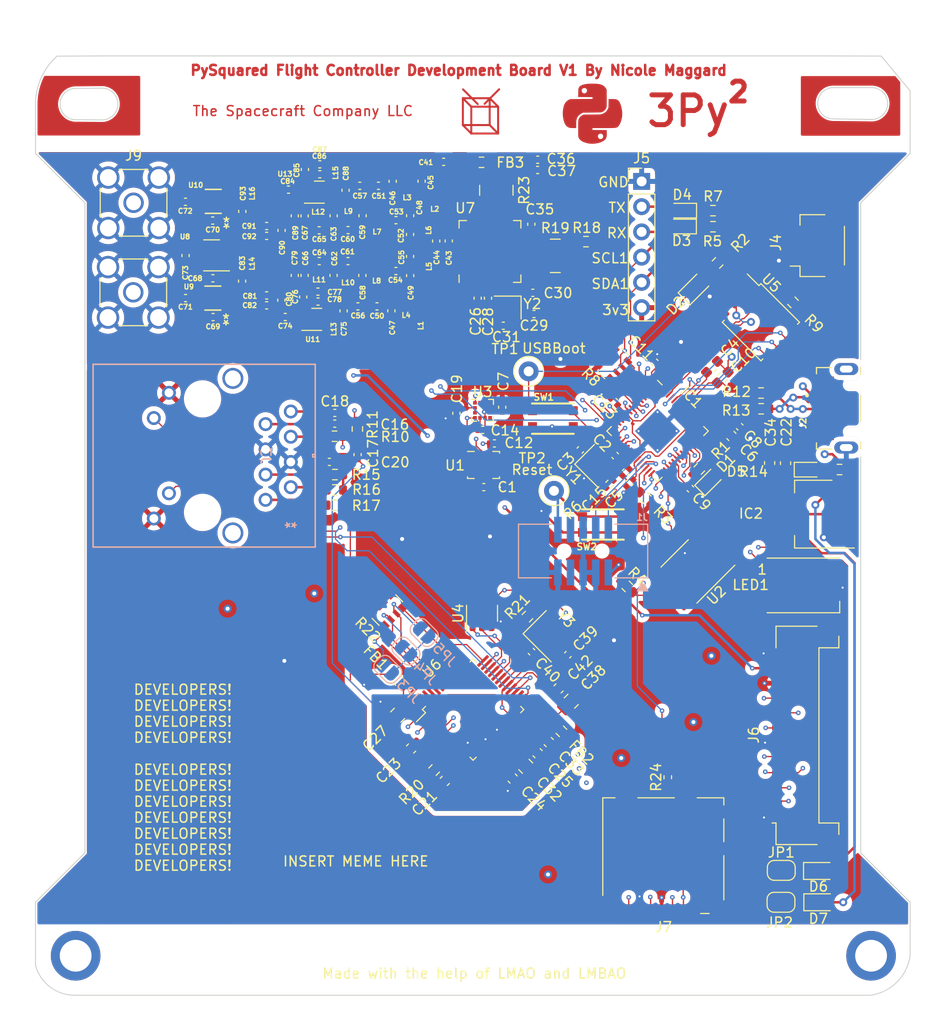
<source format=kicad_pcb>
(kicad_pcb (version 20221018) (generator pcbnew)
  (layers (0 "F.Cu" signal) (1 "In1.Cu" signal) (2 "In2.Cu" signal) (31 "B.Cu" signal) (34 "B.Paste" user) (35 "F.Paste" user) (36 "B.SilkS" user "B.Silkscreen") (37 "F.SilkS" user "F.Silkscreen") (38 "B.Mask" user) (39 "F.Mask" user) (44 "Edge.Cuts" user))
  (net 0 "")
  (net 1 "Net-(IC1-XIN)")
  (net 2 "+3V3")
  (net 3 "1.2V")
  (net 4 "GND")
  (net 5 "Net-(C3-Pad2)")
  (net 6 "VBUS")
  (net 7 "3v3 Spec")
  (net 8 "VCC_RF1")
  (net 9 "Net-(U3-C1)")
  (net 10 "Net-(C16-Pad1)")
  (net 11 "TCT")
  (net 12 "RCT")
  (net 13 "Net-(C18-Pad1)")
  (net 14 "RX+")
  (net 15 "Net-(U7-VR_ANA)")
  (net 16 "RX-")
  (net 17 "VDDA")
  (net 18 "Net-(U7-VBAT_ANA)")
  (net 19 "Net-(U7-XTA)")
  (net 20 "Net-(U7-XTB)")
  (net 21 "Net-(U6-TOCAP)")
  (net 22 "Net-(U6-1V20)")
  (net 23 "Net-(U6-XO)")
  (net 24 "TX")
  (net 25 "Net-(U6-XI{slash}CLKIN)")
  (net 26 "RX")
  (net 27 "+3.3VA")
  (net 28 "/USBBOOT")
  (net 29 "VR_PA")
  (net 30 "Net-(D5-A)")
  (net 31 "Net-(D6-K)")
  (net 32 "Net-(D7-K)")
  (net 33 "SDA1")
  (net 34 "SCL1")
  (net 35 "SDA0")
  (net 36 "SCL0")
  (net 37 "ENABLE_BURN")
  (net 38 "I2C_RESET")
  (net 39 "SPI1_MISO")
  (net 40 "SPI1_CS0")
  (net 41 "SPI1_SCK")
  (net 42 "SPI1_MOSI")
  (net 43 "ENAB_RF")
  (net 44 "VBUS_RESET")
  (net 45 "BURN_RELAY_A")
  (net 47 "Net-(IC1-XOUT)")
  (net 48 "SWCLK")
  (net 49 "SWDIO")
  (net 50 "/~{RESET}")
  (net 51 "SPI0_MISO")
  (net 52 "SPI0_CS0")
  (net 53 "SPI0_SCK")
  (net 54 "SPI0_MOSI")
  (net 55 "RF1_RST")
  (net 56 "WDT_WDI")
  (net 57 "RF1_IO4")
  (net 58 "RF1_IO0")
  (net 59 "NEOPIX")
  (net 60 "NEO_PWR")
  (net 61 "firm_active")
  (net 62 "RFI_HF")
  (net 63 "/A3")
  (net 64 "/D-")
  (net 65 "/D+")
  (net 66 "/QSPI_DATA[3]")
  (net 67 "/QSPI_SCK")
  (net 68 "/QSPI_DATA[0]")
  (net 69 "/QSPI_DATA[2]")
  (net 70 "/QSPI_DATA[1]")
  (net 71 "/QSPI_CS")
  (net 75 "Net-(C46-Pad1)")
  (net 76 "Net-(C47-Pad1)")
  (net 77 "TX+")
  (net 78 "TX-")
  (net 79 "GREENLED")
  (net 80 "YELLOWLED")
  (net 81 "Net-(JP3-A)")
  (net 82 "Net-(JP3-B)")
  (net 83 "Net-(JP4-B)")
  (net 84 "Net-(JP5-B)")
  (net 85 "Net-(C48-Pad1)")
  (net 86 "RFO_LF")
  (net 87 "Net-(R22-R4.1)")
  (net 88 "MISO_ETHER")
  (net 89 "Net-(C50-Pad2)")
  (net 90 "Net-(C51-Pad2)")
  (net 91 "Net-(C53-Pad2)")
  (net 92 "Net-(C54-Pad2)")
  (net 93 "Net-(C58-Pad1)")
  (net 94 "Net-(C59-Pad1)")
  (net 95 "Net-(C61-Pad2)")
  (net 96 "Net-(U8-Y)")
  (net 97 "Net-(U9-RFC)")
  (net 98 "Net-(J8-In)")
  (net 99 "Net-(U10-RFC)")
  (net 100 "Net-(J9-In)")
  (net 101 "Net-(D1-A)")
  (net 102 "Net-(D2-A)")
  (net 103 "Net-(D3-K)")
  (net 104 "Net-(D4-K)")
  (net 105 "RF_CONTROL")
  (net 109 "RFI_LF")
  (net 110 "PA_BOOST")
  (net 111 "Net-(U2-~{RESET})")
  (net 113 "RF_CONTROL_SW")
  (net 114 "USB_D-")
  (net 115 "USB_D+")
  (net 116 "Net-(R19-R2.1)")
  (net 117 "SPI0_CS1")
  (net 118 "GNDA")
  (net 120 "Net-(R19-R3.1)")
  (net 121 "Net-(R19-R4.1)")
  (net 122 "Net-(U6-EXRES1)")
  (net 123 "Net-(R23-R4.2)")
  (net 124 "Net-(R23-R3.2)")
  (net 125 "Net-(R23-R2.2)")
  (net 126 "Net-(R23-R1.2)")
  (net 134 "Net-(U2-~{MR})")
  (net 158 "RFO_HF")
  (net 160 "Net-(C60-Pad2)")
  (net 161 "LOW_IN2")
  (net 162 "HIGH_IN2")
  (net 163 "LOW_OUT1")
  (net 164 "HIGH_OUT1")
  (net 165 "LOW_IN1")
  (net 166 "Net-(U11-RFIN)")
  (net 167 "Net-(U11-RFOUT)")
  (net 168 "Net-(U15-REFIN)")
  (net 169 "Net-(U15-REFOUT)")
  (net 170 "LOW_OUT2")
  (net 171 "HIGH_IN1")
  (net 172 "Net-(U13-RFIN)")
  (net 173 "Net-(U13-RFOUT)")
  (net 174 "Net-(U12-REFIN)")
  (net 175 "Net-(U12-REFOUT)")
  (net 176 "HIGH_OUT2")
  (footprint "LED_SMD:LED_0603_1608Metric" (layer "F.Cu") (at 211.241036 90.238965 45)
    (fp_text reference "D1")
    (fp_text value "LED")
  )
  (footprint "Resistor_SMD:R_Array_Convex_4x0603" (layer "F.Cu") (at 178.75 103.32 135)
    (fp_text reference "R22")
    (fp_text value "10k")
  )
  (footprint "Capacitor_SMD:C_0402_1005Metric" (layer "F.Cu") (at 202.74 89.45 -135)
    (fp_text reference "C15")
    (fp_text value "100nf")
  )
  (footprint "Capacitor_SMD:C_0402_1005Metric" (layer "F.Cu") (at 190.41 74.71)
    (fp_text reference "C31")
    (fp_text value "15pf")
  )
  (footprint "Capacitor_SMD:C_0603_1608Metric" (layer "F.Cu") (at 217.21 88.52 90)
    (fp_text reference "C34")
    (fp_text value "22uF")
  )
  (footprint "Resistor_SMD:R_Array_Convex_4x0603" (layer "F.Cu") (at 195.64 67.68)
    (fp_text reference "R19")
    (fp_text value "100")
  )
  (footprint "Resistor_SMD:R_0603_1608Metric" (layer "F.Cu") (at 216.345 81.48)
    (fp_text reference "R12")
    (fp_text value "22")
  )
  (footprint "Capacitor_SMD:C_0402_1005Metric" (layer "F.Cu") (at 172.91 88.41)
    (fp_text reference "C20")
    (fp_text value "10nf")
  )
  (footprint "Resistor_SMD:R_0402_1005Metric" (layer "F.Cu") (at 206.96 120.14 90)
    (fp_text reference "R24")
    (fp_text value "10k")
  )
  (footprint "Capacitor_SMD:C_0402_1005Metric" (layer "F.Cu") (at 171.88 65.11 180)
    (fp_text reference "C65")
    (fp_text value "2.7pf")
  )
  (footprint "Capacitor_SMD:C_0402_1005Metric" (layer "F.Cu") (at 166.6 71.66)
    (fp_text reference "C81")
    (fp_text value "1nf")
  )
  (footprint "Capacitor_SMD:C_0402_1005Metric" (layer "F.Cu") (at 173.34 63.65 90)
    (fp_text reference "C63")
    (fp_text value "3.3pf")
  )
  (footprint "Capacitor_SMD:C_0402_1005Metric" (layer "F.Cu") (at 174.54 61.08 90)
    (fp_text reference "C88")
    (fp_text value "1nf")
  )
  (footprint "Connector_Coaxial:SMA_Amphenol_901-144_Vertical" (layer "F.Cu") (at 153.18 71.35)
    (fp_text reference "J8" hide)
    (fp_text value "Conn_Coaxial")
  )
  (footprint "Capacitor_SMD:C_0402_1005Metric" (layer "F.Cu") (at 170.45 58.99 -90)
    (fp_text reference "C85")
    (fp_text value "1nf")
  )
  (footprint "Inductor_SMD:L_0402_1005Metric" (layer "F.Cu") (at 180.61 72.765 180)
    (fp_text reference "L4")
    (fp_text value "15nH")
  )
  (footprint "Resistor_SMD:R_0603_1608Metric" (layer "F.Cu") (at 173.43 85.83 180)
    (fp_text reference "R10")
    (fp_text value "49.9")
  )
  (footprint "Package_TO_SOT_SMD:SOT-223" (layer "F.Cu") (at 221.63 93.67 180)
    (fp_text reference "IC2")
    (fp_text value "AZ1117CH-3.3TRG1")
  )
  (footprint "FC_DEV_BOARD:SC-70-6_PSM" (layer "F.Cu") (at 161.19 71.93 180)
    (fp_text reference "U9")
    (fp_text value "4259-63")
  )
  (footprint "Capacitor_SMD:C_0402_1005Metric" (layer "F.Cu") (at 181.04 69.67 -90)
    (fp_text reference "C49")
    (fp_text value "4.7pf")
  )
  (footprint "Capacitor_SMD:C_0402_1005Metric" (layer "F.Cu") (at 193.5 73.53 180)
    (fp_text reference "C29")
    (fp_text value "100nf")
  )
  (footprint "Capacitor_SMD:C_0805_2012Metric" (layer "F.Cu") (at 179.78 113.9 45)
    (fp_text reference "C27")
    (fp_text value "10uF")
  )
  (footprint "Capacitor_SMD:C_0402_1005Metric" (layer "F.Cu") (at 203.12 90.51 45)
    (fp_text reference "C5")
    (fp_text value "100nf")
  )
  (footprint "Capacitor_SMD:C_0805_2012Metric" (layer "F.Cu") (at 192.67 119.04 135)
    (fp_text reference "C32")
    (fp_text value "10uF")
  )
  (footprint "LED_SMD:LED_0603_1608Metric" (layer "F.Cu") (at 208.37 63.13 180)
    (fp_text reference "D4")
    (fp_text value "LED")
  )
  (footprint "Resistor_SMD:R_Array_Convex_4x0603" (layer "F.Cu") (at 201.457868 78.494924 135)
    (fp_text reference "R8")
    (fp_text value "10k")
  )
  (footprint "Resistor_SMD:R_0603_1608Metric" (layer "F.Cu") (at 196.26 115.52 -45)
    (fp_text reference "FB2")
    (fp_text value "FerriteBead")
  )
  (footprint "Capacitor_SMD:C_0603_1608Metric" (layer "F.Cu") (at 218.81 88.54 90)
    (fp_text reference "C22")
    (fp_text value "10uF")
  )
  (footprint "LED_SMD:LED_0603_1608Metric" (layer "F.Cu") (at 221.17 89.19)
    (fp_text reference "D5")
    (fp_text value "LED")
  )
  (footprint "Capacitor_SMD:C_0402_1005Metric" (layer "F.Cu") (at 171.95 59.47 180)
    (fp_text reference "C86")
    (fp_text value "1nf")
  )
  (footprint "Capacitor_SMD:C_0603_1608Metric" (layer "F.Cu") (at 184.52 120.51 -135)
    (fp_text reference "C21")
    (fp_text value "0.1uF")
  )
  (footprint "Capacitor_SMD:C_0402_1005Metric" (layer "F.Cu") (at 193.86 59.04)
    (fp_text reference "C37")
    (fp_text value "1uf")
  )
  (footprint "Capacitor_SMD:C_0402_1005Metric" (layer "F.Cu") (at 173.45 84.56)
    (fp_text reference "C16")
    (fp_text value "6.8nf")
  )
  (footprint "FC_DEV_BOARD:BTN_KMR2_4.6X2.8" (layer "F.Cu") (at 200.43 94.71)
    (fp_text reference "SW2")
    (fp_text value "KMR2")
  )
  (footprint "Capacitor_SMD:C_0402_1005Metric" (layer "F.Cu") (at 189.52 86.55)
    (fp_text reference "C12")
    (fp_text value "100nf")
  )
  (footprint "Capacitor_SMD:C_0402_1005Metric" (layer "F.Cu") (at 173.46 83.48)
    (fp_text reference "C18")
    (fp_text value "6.8nf")
  )
  (footprint "LOGO" (layer "F.Cu") (at 199.374384 53.975466)
    (fp_text reference "G***" hide)
    (fp_text value "LOGO" hide)
  )
  (footprint "Capacitor_SMD:C_0402_1005Metric" (layer "F.Cu") (at 190.3 82.91 -90)
    (fp_text reference "C7")
    (fp_text value "100nf")
  )
  (footprint "Capacitor_SMD:C_0402_1005Metric" (layer "F.Cu") (at 174.79 65.09 180)
    (fp_text reference "C60")
    (fp_text value "2.7pf")
  )
  (footprint "Capacitor_SMD:C_0603_1608Metric" (layer "F.Cu") (at 211.401992 78.848008 45)
    (fp_text reference "C4")
    (fp_text value "1uF")
  )
  (footprint "Crystal:Crystal_SMD_3225-4Pin_3.2x2.5mm" (layer "F.Cu") (at 194.98 105.95 -45)
    (fp_text reference "Y3")
    (fp_text value "25MHz")
  )
  (footprint "Resistor_SMD:R_0402_1005Metric" (layer "F.Cu") (at 201.1 90.63 -135)
    (fp_text reference "R6")
    (fp_text value "1k")
  )
  (footprint "Capacitor_SMD:C_0402_1005Metric" (layer "F.Cu") (at 175.78 72.765 180)
    (fp_text reference "C56")
    (fp_text value "47pf")
  )
  (footprint "Resistor_SMD:R_0603_1608Metric" (layer "F.Cu") (at 173.47 89.69 180)
    (fp_text reference "R15")
    (fp_text value "10")
  )
  (footprint "Capacitor_SMD:C_0603_1608Metric" (layer "F.Cu") (at 191.35 120.27 -45)
    (fp_text reference "C24")
    (fp_text value "0.1uF")
  )
  (footprint "Resistor_SMD:R_0603_1608Metric" (layer "F.Cu") (at 192.84 103.98 45)
    (fp_text reference "R21")
    (fp_text value "1M")
  )
  (footprint "Capacitor_SMD:C_0402_1005Metric" (layer "F.Cu") (at 171.76 71.28 180)
    (fp_text reference "C77")
    (fp_text value "1nf")
  )
  (footprint "Resistor_SMD:R_Array_Convex_4x0603" (layer "F.Cu") (at 189.71 61.08 -90)
    (fp_text reference "R23")
    (fp_text value "100")
  )
  (footprint "Crystal:Crystal_SMD_2520-4Pin_2.5x2.0mm" (layer "F.Cu") (at 199.756307 88.816256 -45)
    (fp_text reference "Y1")
    (fp_text value "12MHZ")
  )
  (footprint "Capacitor_SMD:C_0402_1005Metric" (layer "F.Cu") (at 183.66 66.19 90)
    (fp_text reference "C44")
    (fp_text value "10nf")
  )
  (footprint "Capacitor_SMD:C_0402_1005Metric" (layer "F.Cu") (at 158.43 62.24 180)
    (fp_text reference "C72")
    (fp_text value "47pf")
  )
  (footprint "Inductor_SMD:L_0402_1005Metric" (layer "F.Cu") (at 171.875 64.11 180)
    (fp_text reference "L12")
    (fp_text value "5.6nH")
  )
  (footprint "Package_DFN_QFN:DFN-8-1EP_2x2mm_P0.5mm_EP0.6x1.2mm" (layer "F.Cu") (at 171.4 61.27)
    (fp_text reference "U13")
    (fp_text value "TRF37A73IDSGR")
  )
  (footprint "LOGO" (layer "F.Cu") (at 199.374384 53.975466)
    (fp_text reference "G***" hide)
    (fp_text value "LOGO" hide)
  )
  (footprint "Capacitor_SMD:C_0603_1608Metric" (layer "F.Cu") (at 212.48 79.92 45)
    (fp_text reference "C10")
    (fp_text value "1uF")
  )
  (footprint "Capacitor_SMD:C_0402_1005Metric" (layer "F.Cu") (at 201.57 82.35 135)
    (fp_text reference "C13")
    (fp_text value "100nf")
  )
  (footprint "Capacitor_SMD:C_0402_1005Metric" (layer "F.Cu") (at 166.6 64.68)
    (fp_text reference "C91")
    (fp_text value "1nf")
  )
  (footprint "Capacitor_SMD:C_0402_1005Metric" (layer "F.Cu") (at 177.7 72.765 180)
    (fp_text reference "C50")
    (fp_text value "47pf")
  )
  (footprint "Capacitor_SMD:C_0402_1005Metric" (layer "F.Cu") (at 181.04 63.64 90)
    (fp_text reference "C48")
    (fp_text value "8.2pf")
  )
  (footprint "Capacitor_SMD:C_0402_1005Metric" (layer "F.Cu") (at 177.85 60.63 180)
    (fp_text reference "C51")
    (fp_text value "47pf")
  )
  (footprint "Capacitor_SMD:C_0402_1005Metric" (layer "F.Cu") (at 174.34 73.22 90)
    (fp_text reference "C75")
    (fp_text value "1nf")
  )
  (footprint "Jumper:SolderJumper-2_P1.3mm_Open_RoundedPad1.0x1.5mm" (layer "F.Cu") (at 218.38 129.51)
    (fp_text reference "JP1")
    (fp_text value "SolderJumper_2_Open")
  )
  (footprint "" (layer "F.Cu") (at 227.4144 138.1)
    (fp_text reference "")
    (fp_text value "")
  )
  (footprint "Package_DFN_QFN:QFN-28-1EP_6x6mm_P0.65mm_EP4.8x4.8mm" (layer "F.Cu") (at 189.07 67.24 90)
    (fp_text reference "U7")
    (fp_text value "SX1276IMLTRT")
  )
  (footprint "" (layer "F.Cu") (at 147.381083 138.1)
    (fp_text reference "")
    (fp_text value "")
  )
  (footprint "Capacitor_SMD:C_0805_2012Metric" (layer "F.Cu") (at 197.25 112.49 45)
    (fp_text reference "C38")
    (fp_text value "10uF")
  )
  (footprint "Capacitor_SMD:C_0402_1005Metric" (layer "F.Cu") (at 168.47 73.83)
    (fp_text reference "C74")
    (fp_text value "1nf")
  )
  (footprint "Resistor_SMD:R_0603_1608Metric" (layer "F.Cu") (at 219.56 72.36 135)
    (fp_text reference "R9")
    (fp_text value "10k")
  )
  (footprint "Capacitor_SMD:C_0402_1005Metric" (layer "F.Cu") (at 188.87 71.94 -90)
    (fp_text reference "C28")
    (fp_text value "100nf")
  )
  (footprint "Capacitor_SMD:C_0402_1005Metric" (layer "F.Cu") (at 174.78 68.21 180)
    (fp_text reference "C61")
    (fp_text value "2.7pf")
  )
  (footprint "Inductor_SMD:L_0402_1005Metric" (layer "F.Cu") (at 165.13 70.22 -90)
    (fp_text reference "L14")
    (fp_text value "470nH")
  )
  (footprint "Resistor_SMD:R_0603_1608Metric" (layer "F.Cu") (at 188.22 58.27 180)
    (fp_text reference "FB3")
    (fp_text value "FerriteBead")
  )
  (footprint "Resistor_SMD:R_0603_1608Metric" (layer "F.Cu") (at 173.45 92.77 180)
    (fp_text reference "R17")
    (fp_text value "49.9")
  )
  (footprint "Inductor_SMD:L_0402_1005Metric" (layer "F.Cu") (at 182.07 73.225 90)
    (fp_text reference "L1")
    (fp_text value "18nH")
  )
  (footprint "Inductor_SMD:L_0402_1005Metric" (layer "F.Cu") (at 165.15 63.21 -90)
    (fp_text reference "L16")
    (fp_text value "470nH")
  )
  (footprint "Resistor_SMD:R_0603_1608Metric" (layer "F.Cu") (at 175.73 85.1 -90)
    (fp_text reference "R11")
    (fp_text value "49.9")
  )
  (footprint "Package_TO_SOT_SMD:SOT-23-5" (layer "F.Cu") (at 188.27 103.64 90)
    (fp_text reference "U4")
    (fp_text value "SN74AHC1G125DBVR")
  )
  (footprint "Capacitor_SMD:C_0402_1005Metric" (layer "F.Cu") (at 181.03 65.53 -90)
    (fp_text reference "C52")
    (fp_text value "47pf")
  )
  (footprint "Resistor_SMD:R_0603_1608Metric" (layer "F.Cu") (at 211.51 63.13)
    (fp_text reference "R7")
    (fp_text value "1k")
  )
  (footprint "Resistor_SMD:R_0603_1608Metric" (layer "F.Cu") (at 183.45 119.42 45)
    (fp_text reference "R20")
    (fp_text value "12.4k")
  )
  (footprint "Capacitor_SMD:C_0402_1005Metric" (layer "F.Cu") (at 182.19 60.17 90)
    (fp_text reference "C45")
    (fp_text value "3.3pf")
  )
  (footprint "Capacitor_SMD:C_0402_1005Metric" (layer "F.Cu") (at 181.03 67.74 90)
    (fp_text reference "C55")
    (fp_text value "47pf")
  )
  (footprint "Package_TO_SOT_SMD:SOT-23-5" (layer "F.Cu") (at 161.06 67.63 180)
    (fp_text reference "U8")
    (fp_text value "74LVC1G04W5-7")
  )
  (footprint "Capacitor_SMD:C_0402_1005Metric" (layer "F.Cu") (at 168.8 61.02)
    (fp_text reference "C84")
    (fp_text value "1nf")
  )
  (footprint "TestPoint:TestPoint_Loop_D1.80mm_Drill1.0mm_Beaded" (layer "F.Cu") (at 195.51 91.32)
    (fp_text reference "TP2")
    (fp_text value "RESET")
  )
  (footprint "Diode_SMD:D_SOD-323F" (layer "F.Cu") (at 222.23 129.57)
    (fp_text reference "D6")
    (fp_text value "NSR0320")
  )
  (footprint "Package_LGA:LGA-14_3x2.5mm_P0.5mm_LayoutBorder3x4y" (layer "F.Cu") (at 188.42 88.72)
    (fp_text reference "U1")
    (fp_text value "LSM6DSOTR")
  )
  (footprint "Capacitor_SMD:C_0402_1005Metric" (layer "F.Cu") (at 198.16 87.21 -135)
    (fp_text reference "C3")
    (fp_text value "22pF")
  )
  (footprint "Capacitor_SMD:C_0603_1608Metric" (layer "F.Cu") (at 195.97 111.2 45)
    (fp_text reference "C42")
    (fp_text value "0.1uF")
  )
  (footprint "Capacitor_SMD:C_0603_1608Metric" (layer "F.Cu") (at 213.36 85.8 -45)
    (fp_text reference "C8")
    (fp_text value "1uF")
  )
  (footprint "Capacitor_SMD:C_0402_1005Metric" (layer "F.Cu") (at 173.33 69.65 -90)
    (fp_text reference "C62")
    (fp_text value "6.8pf")
  )
  (footprint "Inductor_SMD:L_0402_1005Metric" (layer "F.Cu") (at 174.78 69.2 180)
    (fp_text reference "L10")
    (fp_text value "12nH")
  )
  (footprint "FC_DEV_BOARD:SC-70-6_PSM" (layer "F.Cu") (at 161.23 62.2 180)
    (fp_text reference "U10")
    (fp_text value "4259-63")
  )
  (footprint "Capacitor_SMD:C_0402_1005Metric" (layer "F.Cu") (at 166.6 72.66)
    (fp_text reference "C82")
    (fp_text value "68pf")
  )
  (footprint "Capacitor_SMD:C_0402_1005Metric" (layer "F.Cu") (at 205.65 78.39 135)
    (fp_text reference "C11")
    (fp_text value "100nf")
  )
  (footprint "Capacitor_SMD:C_0402_1005Metric" (layer "F.Cu") (at 179.28 60.18 90)
    (fp_text reference "C46")
    (fp_text value "3.3pf")
  )
  (footprint "Package_SO:SOIC-8_5.275x5.275mm_P1.27mm" (layer "F.Cu") (at 216.33 74.36 -45)
    (fp_text reference "U5")
    (fp_text value "W25Q128JV")
  )
  (footprint "LED_SMD:LED_0603_1608Metric" (layer "F.Cu") (at 208.35 64.73 180)
    (fp_text reference "D3")
    (fp_text value "LED")
  )
  (footprint "Capacitor_SMD:C_0402_1005Metric" (layer "F.Cu") (at 161.19 69.94)
    (fp_text reference "C68")
    (fp_text value "1nf")
  )
  (footprint "Resistor_SMD:R_0603_1608Metric" (layer "F.Cu") (at 179.78 110.36 -45)
    (fp_text reference "FB1")
    (fp_text value "FerriteBead")
  )
  (footprint "Capacitor_SMD:C_0402_1005Metric" (layer "F.Cu") (at 209.23 91.11 -45)
    (fp_text reference "C9")
    (fp_text value "100nf")
  )
  (footprint "Capacitor_SMD:C_0402_1005Metric" (layer "F.Cu") (at 187.83 71.94 -90)
    (fp_text reference "C26")
    (fp_text value "100nf")
  )
  (footprint "Resistor_SMD:R_0603_1608Metric" (layer "F.Cu") (at 198.73 66.25 180)
    (fp_text reference "R18")
    (fp_text value "1k")
  )
  (footprint "Capacitor_SMD:C_0402_1005Metric" (layer "F.Cu") (at 169.43 69.65 -90)
    (fp_text reference "C79")
    (fp_text value "100nf")
  )
  (footprint "Resistor_SMD:R_0603_1608Metric" (layer "F.Cu") (at 216.35 83.07)
    (fp_text reference "R13")
    (fp_text value "22")
  )
  (footprint "LED_SMD:LED_WS2812B_PLCC4_5.0x5.0mm_P3.2mm" (layer "F.Cu") (at 220.61 100.84)
    (fp_text reference "LED1")
    (fp_text value "WS2812B_SK6812_1515")
  )
  (footprint "Diode_SMD:D_SOD-323F" (layer "F.Cu") (at 222.26 132.72)
    (fp_text reference "D7")
    (fp_text value "NSR0320")
  )
  (footprint "Resistor_SMD:R_0603_1608Metric" (layer "F.Cu") (at 210.13 89.12 45)
    (fp_text reference "R1")
    (fp_text value "10k")
  )
  (footprint "Capacitor_SMD:C_0402_1005Metric" (layer "F.Cu") (at 201.67 87.78 -45)
    (fp_text reference "C2")
    (fp_text value "22pF")
  )
  (footprint "Inductor_SMD:L_0402_1005Metric" (layer "F.Cu") (at 171.875 69.2 180)
    (fp_text reference "L11")
    (fp_text value "12nH")
  )
  (footprint "Diode_SMD:D_SOD-323F" (layer "F.Cu") (at 209.7425 70.86 45)
    (fp_text reference "D2")
    (fp_text value "NSR0320")
  )
  (footprint "Crystal:Crystal_SMD_2016-4Pin_2.0x1.6mm" (layer "F.Cu") (at 190.85 72.88 180)
    (fp_text reference "Y2")
    (fp_text value "Crystal_GND24")
  )
  (footprint "Resistor_SMD:R_0603_1608Metric" (layer "F.Cu") (at 211.51 64.75)
    (fp_text reference "R5")
    (fp_text value "1k")
  )
  (footprint "Connector_Card:microSD_HC_Molex_104031-0811" (layer "F.Cu") (at 206.53 128.03 180)
    (fp_text reference "J7")
    (fp_text value "104031-0811")
  )
  (footprint "Resistor_SMD:R_0603_1608Metric" (layer "F.Cu") (at 204.74 92.05 135)
    (fp_text reference "R3")
    (fp_text value "10k")
  )
  (footprint "Connector_JST:JST_SH_SM04B-SRSS-TB_1x04-1MP_P1.00mm_Horizontal" (layer "F.Cu") (at 222.05 66.65 90)
    (fp_text reference "J4")
    (fp_text value "Breakout")
  )
  (footprint "Package_DFN_QFN:DFN-8-1EP_2x2mm_P0.5mm_EP0.6x1.2mm" (layer "F.Cu") (at 171.14 74.07)
    (fp_text reference "U11")
    (fp_text value "TRF37A73IDSGR")
  )
  (footprint "Capacitor_SMD:C_0402_1005Metric" (layer "F.Cu") (at 171.95 58.47 180)
    (fp_text reference "C87")
    (fp_text value "1nf")
  )
  (footprint "Capacitor_SMD:C_0402_1005Metric" (layer "F.Cu") (at 164.15 63.21 -90)
    (fp_text reference "C93")
    (fp_text value "100nf")
  )
  (footprint "Capacitor_SMD:C_0603_1608Metric" (layer "F.Cu") (at 181.13 117.25 -135)
    (fp_text reference "C23")
    (fp_text value "0.1uF")
  )
  (footprint "Capacitor_SMD:C_0603_1608Metric" (layer "F.Cu") (at 193.86 117.72 -45)
    (fp_text reference "C25")
    (fp_text value "0.1uF")
  )
  (footprint "Inductor_SMD:L_0402_1005Metric" (layer "F.Cu") (at 183.51 64.14)
    (fp_text reference "L2")
    (fp_text value "1.5nH")
  )
  (footprint "Capacitor_SMD:C_0402_1005Metric" (layer "F.Cu") (at 176.25 63.64 90)
    (fp_text reference "C59")
    (fp_text value "6.8pf")
  )
  (footprint "Package_DFN_QFN:QFN-56-1EP_7x7mm_P0.4mm_EP3.2x3.2mm_ThermalVias" (layer "F.Cu") (at 205.93 85.31 -45)
    (fp_text reference "IC1")
    (fp_text value "RP2040_QFN56")
  )
  (footprint "Capacitor_SMD:C_0402_1005Metric" (layer "F.Cu") (at 188.34 85.19)
    (fp_text reference "C14")
    (fp_text value "220nf")
  )
  (footprint "Capacitor_SMD:C_0402_1005Metric" (layer "F.Cu") (at 168.08 72.14 90)
    (fp_text reference "C80")
    (fp_text value "1uf")
  )
  (footprint "Capacitor_SMD:C_0402_1005Metric" (layer "F.Cu") (at 158.44 71.93 180)
    (fp_text reference "C71")
    (fp_text value "47pf")
  )
  (footprint "Capacitor_SMD:C_0402_1005Metric" (layer "F.Cu") (at 170.28 71.82 90)
    (fp_text reference "C76")
    (fp_text value "1nf")
  )
  (footprint "Inductor_SMD:L_0402_1005Metric" (layer "F.Cu") (at 177.685 69.21 180)
    (fp_text reference "L8")
    (fp_text value "15nH")
  )
  (footprint "Capacitor_SMD:C_0402_1005Metric" (layer "F.Cu") (at 214.199411 84.879411 135)
    (fp_text reference "C6")
    (fp_text value "100nf")
  )
  (footprint "Resistor_SMD:R_0603_1608Metric" (layer "F.Cu") (at 173.46 91.23 180)
    (fp_text reference "R16")
    (fp_text value "49.9")
  )
  (footprint "Capacitor_SMD:C_0402_1005Metric" (layer "F.Cu") (at 175.97 60.63 180)
    (fp_text reference "C57")
    (fp_text value "47pf")
  )
  (footprint "Capacitor_SMD:C_0402_1005Metric" (layer "F.Cu") (at 184.92 66.18 90)
    (fp_text reference "C43")
    (fp_text value "100nf")
  )
  (footprint "Package_LGA:LGA-12_2x2mm_P0.5mm" (layer "F.Cu") (at 188.32 83.22)
    (fp_text reference "U3")
    (fp_text value "LSM303AGRTR")
  )
  (footprint "Capacitor_SMD:C_0402_1005Metric" (layer "F.Cu") (at 161.21 73.84 180)
    (fp_text reference "C69")
    (fp_text value "1nf")
  )
  (footprint "Capacitor_SMD:C_0402_1005Metric" (layer "F.Cu") (at 193.38 71.4 180)
    (fp_text reference "C30")
    (fp_text value "15pf")
  )
  (footprint "Jumper:SolderJumper-2_P1.3mm_Open_RoundedPad1.0x1.5mm" (layer "F.Cu") (at 218.35 132.72)
    (fp_text reference "JP2")
    (fp_text value "SolderJumper_2_Open")
  )
  (footprint "Capacitor_SMD:C_0402_1005Metric" (layer "F.Cu") (at 184.41 58.22 180)
    (fp_text reference "C41")
    (fp_text value "1uf")
  )
  (footprint "Inductor_SMD:L_0402_1005Metric" (layer "F.Cu") (at 173.54 61.06 90)
    (fp_text reference "L15")
    (fp_text value "100nH")
  )
  (footprint "FC_DEV_BOARD:BTN_KMR2_4.6X2.8" (layer "F.Cu") (at 195.4 84.06)
    (fp_text reference "SW1")
    (fp_text value "KMR2")
  )
  (footprint "Capacitor_SMD:C_0402_1005Metric" (layer "F.Cu") (at 175.75 87.68 -90)
    (fp_text reference "C17")
    (fp_text value "10nf")
  )
  (footprint "Capacitor_SMD:C_0402_1005Metric" (layer "F.Cu") (at 193.25 107.5 -45)
    (fp_text reference "C40")
    (fp_text value "22pF")
  )
  (footprint "Capacitor_SMD:C_0402_1005Metric" (layer "F.Cu") (at 168.1 65.12 90)
    (fp_text reference "C90")
    (fp_text value "1uf")
  )
  (footprint "Capacitor_SMD:C_0402_1005Metric" (layer "F.Cu") (at 166.6 65.67)
    (fp_text reference "C92")
    (fp_text value "68pf")
  )
  (footprint "Inductor_SMD:L_0402_1005Metric" (layer "F.Cu") (at 182.03 68.73 -90)
    (fp_text reference "L5")
    (fp_text value "82nH")
  )
  (footprint "Capacitor_SMD:C_0402_1005Metric" (layer "F.Cu") (at 193.23 64.5 90)
    (fp_text reference "C35")
    (fp_text value "100nf")
  )
  (footprint "Connector_Molex:Molex_Pico-Lock_504050-1291_1x12-1MP_P1.50mm_Horizontal" (layer "F.Cu") (at 220.745 115.93 90)
    (fp_text reference "J6")
    (fp_text value "FC to EPS Connector")
  )
  (footprint "Capacitor_SMD:C_0402_1005Metric" (layer "F.Cu") (at 185.69 83.52 -90)
    (fp_text reference "C19")
    (fp_text value "100nf")
  )
  (footprint "Capacitor_SMD:C_0402_1005Metric" (layer "F.Cu") (at 171.77 72.28 180)
    (fp_text reference "C78")
    (fp_text value "1nf")
  )
  (footprint "Inductor_SMD:L_0402_1005Metric" (layer "F.Cu") (at 182.03 64.58 -90)
    (fp_text reference "L6")
    (fp_text value "33nH")
  )
  (footprint "TestPoint:TestPoint_Loop_D1.80mm_Drill1.0mm_Beaded" (layer "F.Cu") (at 192.96 79.3)
    (fp_text reference "TP1")
    (fp_text value "USBBOOT")
  )
  (footprint "Capacitor_SMD:C_0402_1005Metric" (layer "F.Cu") (at 158.44 67.65 90)
    (fp_text reference "C73")
    (fp_text value "100nf")
  )
  (footprint "Resistor_SMD:R_0603_1608Metric" (layer "F.Cu") (at 202.88 100.94 -45)
    (fp_text reference "R4")
    (fp_text value "10k")
  )
  (footprint "Connector_Coaxial:SMA_Amphenol_901-144_Vertical" (layer "F.Cu") (at 153.21 62.34)
    (fp_text reference "J9")
    (fp_text value "Conn_Coaxial")
  )
  (footprint "Inductor_SMD:L_0402_1005Metric" (layer "F.Cu") (at 180.73 60.65 180)
    (fp_text reference "L3")
    (fp_text value "10nH")
  )
  (footprint "Capacitor_SMD:C_0402_1005Metric" (layer "F.Cu") (at 161.1732 64.129999 180)
    (fp_text reference "C70")
    (fp_text value "1nf")
  )
  (footprint "Capacitor_SMD:C_0402_1005Metric" (layer "F.Cu") (at 171.89 68.21 180)
    (fp_text reference "C64")
    (fp_text value "2.7pf")
  )
  (footprint "Capacitor_SMD:C_0402_1005Metric" (layer "F.Cu") (at 179.61 64.09 180)
    (fp_text reference "C53")
    (fp_text value "22pf")
  )
  (footprint "Capacitor_SMD:C_0402_1005Metric" (layer "F.Cu") (at 164.13 70.22 -90)
    (fp_text reference "C83")
    (fp_text value "100nf")
  )
  (footprint "Inductor_SMD:L_0402_1005Metric" (layer "F.Cu") (at 174.795 64.1 180)
    (fp_text reference "L9")
    (fp_text value "5.6nH")
  )
  (footprint "Capacitor_SMD:C_0402_1005Metric" (layer "F.Cu") (at 193.87 58.01)
    (fp_text reference "C36")
    (fp_text value "22uf")
  )
  (footprint "Package_SO:SO-8_3.9x4.9mm_P1.27mm" (layer "F.Cu") (at 209.46 99.43 -135)
    (fp_text reference "U2")
    (fp_text value "MAX706RESA")
  )
  (footprint "Resistor_SMD:R_0603_1608Metric" (layer "F.Cu") (at 211.97 68.39 -135)
    (fp_text reference "R2")
    (fp_text value "1k")
  )
  (footprint "Capacitor_SMD:C_0402_1005Metric" (layer "F.Cu") (at 179.6 69.21 180)
    (fp_text reference "C54")
    (fp_text value "4.7pf")
  )
  (footprint "Inductor_SMD:L_0402_1005Metric" (layer "F.Cu") (at 177.705 64.09 180)
    (fp_text reference "L7")
    (fp_text value "5.6nH")
  )
  (footprint "Capacitor_SMD:C_0402_1005Metric" (layer "F.Cu") (at 179.15 73.215 -90)
    (fp_text reference "C47")
    (fp_text value "47pf")
  )
  (footprint "Capacitor_SMD:C_0603_1608Metric" (layer "F.Cu") (at 194.98 116.6 135)
    (fp_text reference "C33")
    (fp_text value "0.1uF")
  )
  (footprint "Capacitor_SMD:C_0402_1005Metric" (layer "F.Cu") (at 196.91 107.81 -135)
    (fp_text reference "C39")
    (fp_text value "22pF")
  )
  (footprint "Capacitor_SMD:C_0402_1005Metric" (layer "F.Cu") (at 170.42 69.65 -90)
    (fp_text reference "C66")
    (fp_text value "6.8pf")
  )
  (footprint "FC_DEV_BOARD:MOLEX_105164-0001" (layer "F.Cu") (at 226.37 83.02 90)
    (fp_text reference "J2")
    (fp_text value "USB_B_Micro")
    (fp_line (start -4.9 0) (end -3.4 0) (stroke (width 0.01)) (layer "Edge.Cuts"))
    (fp_line (start -3.4 0) (end -2.825 -0.5) (stroke (width 0.01)) (layer "Edge.Cuts"))
    (fp_line (start -2.825 -1.15) (end -2.825 -0.5) (stroke (width 0.01)) (layer "Edge.Cuts"))
    (fp_line (start -1.925 -1.15) (end -1.925 -0.5) (stroke (width 0.01)) (layer "Edge.Cuts"))
    (fp_line (start 0.00053 0.004943) (end -1.29947 0.004943) (stroke (width 0.01)) (layer "Edge.Cuts"))
    (fp_line (start 0.00053 0.004943) (end 1.3 0) (stroke (width 0.01)) (layer "Edge.Cuts"))
    (fp_line (start 1.925 -1.15) (end 1.925 -0.5) (stroke (width 0.01)) (layer "Edge.Cuts"))
    (fp_line (start 2.825 -1.15) (end 2.825 -0.5) (stroke (width 0.01)) (layer "Edge.Cuts"))
    (fp_line (start 3.4 0) (end 2.825 -0.5) (stroke (width 0.01)) (layer "Edge.Cuts"))
    (fp_line (start 4.9 0) (end 3.4 0) (stroke (width 0.01)) (layer "Edge.Cuts"))
    (fp_arc (start -2.825 -1.15) (mid -2.375 -1.6) (end -1.925 -1.15) (stroke (width 0.01)) (layer "Edge.Cuts"))
    (fp_arc (start -1.29947 0.004943) (mid -1.716881 -0.117891) (end -1.924999 -0.5) (stroke (width 0.01)) (layer "Edge.Cuts"))
    (fp_arc (start 1.925 -1.15) (mid 2.375 -1.6) (end 2.825 -1.15) (stroke (width 0.01)) (layer "Edge.Cuts"))
    (fp_arc (start 1.925529 -0.504943) (mid 1.717412 -0.122833) (end 1.3 0) (stroke (width 0.01)) (layer "Edge.Cuts"))
  )
  (footprint "Capacitor_SMD:C_0402_1005Metric" (layer "F.Cu") (at 176.23 69.65 -90)
    (fp_text reference "C58")
    (fp_text value "6.8pf")
  )
  (footprint "Package_QFP:LQFP-48_7x7mm_P0.5mm" (layer "F.Cu") (at 187.372124 113.328788 45)
    (fp_text reference "U6")
    (fp_text value "W5500")
  )
  (footprint "Connector_PinHeader_2.54mm:PinHeader_1x06_P2.54mm_Vertical" (layer "F.Cu") (at 204.33 60.19)
    (fp_text reference "J5")
    (fp_text value "Life Makes Lemonade")
  )
  (footprint "Capacitor_SMD:C_0402_1005Metric" (layer "F.Cu") (at 188.45 90.95)
    (fp_text reference "C1")
    (fp_text value "100nf")
  )
  (footprint "Capacitor_SMD:C_0402_1005Metric" (layer "F.Cu") (at 169.43 63.65 90)
    (fp_text reference "C89")
    (fp_text value "100nf")
  )
  (footprint "Inductor_SMD:L_0402_1005Metric" (layer "F.Cu") (at 173.33 73.22 90)
    (fp_text reference "L13")
    (fp_text value "100nH")
  )
  (footprint "Resistor_SMD:R_0603_1608Metric" (layer "F.Cu") (at 224.24 89.18 180)
    (fp_text reference "R14")
    (fp_text value "10k")
  )
  (footprint "Capacitor_SMD:C_0402_1005Metric" (layer "F.Cu") (at 170.42 63.66 90)
    (fp_text reference "C67")
    (fp_text value "6.8pf")
  )
  (footprint "FC_DEV_BOARD:JTAG_2X05_1.27MM_BOX_NOCREAM" (layer "B.Cu") (at 198.44 97.38 180)
    (fp_text reference "J1")
    (fp_text value "Conn_ARM_JTAG_SWD_10")
  )
  (footprint "Jumper:SolderJumper-2_P1.3mm_Open_RoundedPad1.0x1.5mm" (layer "B.Cu") (at 178.79 109.28 135)
    (fp_text reference "JP3")
    (fp_text value "SolderJumper_2_Open")
  )
  (footprint "FC_DEV_BOARD:RB1-125BAG1A_WIZ" (layer "B.Cu") (at 169.030001 92.23 90)
    (fp_text reference "J3")
    (fp_text value "RJ45_LED_Shielded")
  )
  (footprint "Jumper:SolderJumper-2_P1.3mm_Open_RoundedPad1.0x1.5mm" (layer "B.Cu") (at 180.620381 107.440381 135)
    (fp_text reference "JP4")
    (fp_text value "SolderJumper_2_Open")
  )
  (footprint "Jumper:SolderJumper-2_P1.3mm_Open_RoundedPad1.0x1.5mm" (layer "B.Cu") (at 182.45 105.58 135)
    (fp_text reference "JP5")
    (fp_text value "SolderJumper_2_Open")
  )
  (gr_line (start 187.19 55.37) (end 186.34 54.52) (stroke (width 0.2)) (layer "F.Cu"))
  (gr_line (start 189.04 51.82) (end 189.89 52.67) (stroke (width 0.2)) (layer "F.Cu"))
  (gr_line (start 187.84 52.41) (end 186.36 50.93) (stroke (width 0.2)) (layer "F.Cu"))
  (gr_line (start 186.34 54.52) (end 189.04 54.52) (stroke (width 0.2)) (layer "F.Cu"))
  (gr_line (start 187.19 52.67) (end 187.19 55.37) (stroke (width 0.2)) (layer "F.Cu"))
  (gr_line (start 189.89 52.67) (end 187.19 52.67) (stroke (width 0.2)) (layer "F.Cu"))
  (gr_line (start 189.04 51.82) (end 186.34 51.82) (stroke (width 0.2)) (layer "F.Cu"))
  (gr_line (start 188.52 52.39) (end 189.99 50.92) (stroke (width 0.2)) (layer "F.Cu"))
  (gr_line (start 189.04 54.52) (end 189.04 51.82) (stroke (width 0.2)) (layer "F.Cu"))
  (gr_line (start 186.34 54.52) (end 186.34 51.82) (stroke (width 0.2)) (layer "F.Cu"))
  (gr_line (start 186.34 51.82) (end 187.19 52.67) (stroke (width 0.2)) (layer "F.Cu"))
  (gr_line (start 187.19 55.37) (end 189.89 55.37) (stroke (width 0.2)) (layer "F.Cu"))
  (gr_line (start 189.04 54.52) (end 189.89 55.37) (stroke (width 0.2)) (layer "F.Cu"))
  (gr_line (start 189.89 55.37) (end 189.89 52.67) (stroke (width 0.2)) (layer "F.Cu"))
  (gr_line (start 147.266164 53.978713) (end 150.016362 54.003722) (stroke (width 0.1)) (layer "Edge.Cuts"))
  (gr_line (start 197.601362 47.563722) (end 223.001362 47.563722) (stroke (width 0.1)) (layer "Edge.Cuts"))
  (gr_arc (start 143.3432 52.5744) (mid 143.878092 49.844486) (end 145.50672 47.589245) (stroke (width 0.1)) (layer "Edge.Cuts"))
  (gr_arc (start 150.016362 50.803722) (mid 151.616378 52.403722) (end 150.016362 54.003722) (stroke (width 0.1)) (layer "Edge.Cuts"))
  (gr_arc (start 223.616362 53.903722) (mid 222.041575 52.303731) (end 223.666337 50.754515) (stroke (width 0.1)) (layer "Edge.Cuts"))
  (gr_line (start 143.3432 134) (end 143.3432 132.71) (stroke (width 0.1)) (layer "Edge.Cuts"))
  (gr_line (start 143.3432 139.0744) (end 143.3432 134) (stroke (width 0.1)) (layer "Edge.Cuts"))
  (gr_line (start 147.316139 50.829506) (end 150.016362 50.803722) (stroke (width 0.1)) (layer "Edge.Cuts"))
  (gr_line (start 143.3432 57.38) (end 143.3432 52.5744) (stroke (width 0.1)) (layer "Edge.Cuts"))
  (gr_line (start 145.50672 47.589245) (end 149.976362 47.563722) (stroke (width 0.1)) (layer "Edge.Cuts"))
  (gr_line (start 231.3432 133.532) (end 231.3432 132.71) (stroke (width 0.1)) (layer "Edge.Cuts"))
  (gr_line (start 227.3432 142.0744) (end 147.3432 142.0744) (stroke (width 0.1)) (layer "Edge.Cuts"))
  (gr_line (start 223.001362 47.563722) (end 228.441362 47.578722) (stroke (width 0.1)) (layer "Edge.Cuts"))
  (gr_arc (start 227.466362 50.753722) (mid 229.066378 52.353722) (end 227.466362 53.953722) (stroke (width 0.1)) (layer "Edge.Cuts"))
  (gr_arc (start 147.266164 53.978713) (mid 145.821876 52.380794) (end 147.316139 50.829506) (stroke (width 0.1)) (layer "Edge.Cuts"))
  (gr_line (start 231.3432 132.71) (end 226.37 127.7368) (stroke (width 0.1)) (layer "Edge.Cuts"))
  (gr_arc (start 147.3432 142.0744) (mid 144.830806 141.257591) (end 143.3432 139.0744) (stroke (width 0.1)) (layer "Edge.Cuts"))
  (gr_line (start 197.601362 47.563722) (end 196.4436 47.563722) (stroke (width 0.1)) (layer "Edge.Cuts"))
  (gr_line (start 143.3432 132.71) (end 148.32 127.7332) (stroke (width 0.1)) (layer "Edge.Cuts"))
  (gr_line (start 185.536362 47.563722) (end 149.976362 47.563722) (stroke (width 0.1)) (layer "Edge.Cuts"))
  (gr_line (start 185.536362 47.563722) (end 186.8932 47.563722) (stroke (width 0.1)) (layer "Edge.Cuts"))
  (gr_line (start 186.8932 47.563722) (end 196.4436 47.563722) (stroke (width 0.1)) (layer "Edge.Cuts"))
  (gr_line (start 223.616362 53.903722) (end 227.466362 53.953722) (stroke (width 0.1)) (layer "Edge.Cuts"))
  (gr_line (start 143.3432 57.38) (end 148.32 62.3568) (stroke (width 0.1)) (layer "Edge.Cuts"))
  (gr_line (start 226.37 87.92) (end 226.37 127.7368) (stroke (width 0.1)) (layer "Edge.Cuts"))
  (gr_line (start 231.3432 57.38) (end 226.37 62.3532) (stroke (width 0.1)) (layer "Edge.Cuts"))
  (gr_line (start 231.3432 56.345522) (end 231.3432 57.38) (stroke (width 0.1)) (layer "Edge.Cuts"))
  (gr_line (start 226.37 78.12) (end 226.37 62.3532) (stroke (width 0.1)) (layer "Edge.Cuts"))
  (gr_line (start 231.3432 56.345522) (end 231.3432 51.0744) (stroke (width 0.1)) (layer "Edge.Cuts"))
  (gr_line (start 228.441362 47.578722) (end 231.3432 51.0744) (stroke (width 0.1)) (layer "Edge.Cuts"))
  (gr_line (start 231.3432 133.532) (end 231.3432 138.0744) (stroke (width 0.1)) (layer "Edge.Cuts"))
  (gr_line (start 227.466362 50.753722) (end 223.666337 50.754515) (stroke (width 0.1)) (layer "Edge.Cuts"))
  (gr_line (start 148.32 127.7332) (end 148.32 62.3568) (stroke (width 0.1)) (layer "Edge.Cuts"))
  (gr_arc (start 231.3432 138.0744) (mid 230.019606 140.750806) (end 227.3432 142.0744) (stroke (width 0.1)) (layer "Edge.Cuts"))
  (gr_text "2" (at 214.07 51.2) (layer "F.Cu") (effects (font (size 2 2) (thickness 0.5))))
  (gr_text "3Py" (at 209.01 53.12) (layer "F.Cu") (effects (font (size 3 3) (thickness 0.5))))
  (gr_text "PySquared Flight Controller Development Board V1 By Nicole Maggard" (at 185.92 49.6) (layer "F.Cu") (effects (font (size 1 1) (thickness 0.25) bold) (justify bottom)))
  (gr_text "The Spacecraft Company LLC" (at 159.07 53.69) (layer "F.Cu") (effects (font (size 1 1)) (justify left bottom)))
  (gr_text "DEVELOPERS!\nDEVELOPERS!\nDEVELOPERS!\nDEVELOPERS!\n\nDEVELOPERS!\nDEVELOPERS!\nDEVELOPERS!\nDEVELOPERS!\nDEVELOPERS!\nDEVELOPERS!\nDEVELOPERS!" (at 153.14 129.62) (layer "F.SilkS") (effects (font (size 1 1)) (justify left bottom)))
  (gr_text "SDA1" (at 199.19 71.08) (layer "F.SilkS") (effects (font (size 1 1)) (justify left bottom)))
  (gr_text "SCL1" (at 199.18 68.5) (layer "F.SilkS") (effects (font (size 1 1)) (justify left bottom)))
  (gr_text "GND" (at 199.87 60.85) (layer "F.SilkS") (effects (font (size 1 1)) (justify left bottom)))
  (gr_text "3v3" (at 200.27 73.71) (layer "F.SilkS") (effects (font (size 1 1)) (justify left bottom)))
  (gr_text "Made with the help of LMAO and LMBAO" (at 172.11 140.47) (layer "F.SilkS") (effects (font (size 1 1)) (justify left bottom)))
  (gr_text "RX" (at 200.74 65.97) (layer "F.SilkS") (effects (font (size 1 1)) (justify left bottom)))
  (gr_text "Reset" (at 191.15 89.79) (layer "F.SilkS") (effects (font (size 1 1)) (justify left bottom)))
  (gr_text "INSERT MEME HERE" (at 168.16 129.19) (layer "F.SilkS") (effects (font (size 1 1)) (justify left bottom)))
  (gr_text "USBBoot" (at 192.21 77.57) (layer "F.SilkS") (effects (font (size 1 1)) (justify left bottom)))
  (gr_text "TX" (at 200.9 63.42) (layer "F.SilkS") (effects (font (size 1 1)) (justify left bottom)))
  (segment (start 201.690589 88.119411) (end 200.87 88.94) (width 0.127) (layer "F.Cu") (net 1))
  (segment (start 203.075056 87.316415) (end 202.27206 88.119411) (width 0.127) (layer "F.Cu") (net 1))
  (segment (start 202.27206 88.119411) (end 202.009411 88.119411) (width 0.127) (layer "F.Cu") (net 1))
  (segment (start 202.009411 88.119411) (end 201.690589 88.119411) (width 0.127) (layer "F.Cu") (net 1))
  (segment (start 189.901389 89.48) (end 190.37 89.48) (width 0.127) (layer "F.Cu") (net 2))
  (segment (start 195.421992 111.691992) (end 195.421992 111.748008) (width 0.127) (layer "F.Cu") (net 2))
  (segment (start 208.037746 89.917746) (end 208.890589 90.770589) (width 0.127) (layer "F.Cu") (net 2))
  (segment (start 187.92 89.6325) (end 187.92 90.9) (width 0.127) (layer "F.Cu") (net 2))
  (segment (start 202.792214 83.572214) (end 201.909411 82.689411) (width 0.127) (layer "F.Cu") (net 2))
  (segment (start 202.792214 83.586427) (end 202.792214 83.572214) (width 0.127) (layer "F.Cu") (net 2))
  (segment (start 211.054835 80.468008) (end 211.931992 80.468008) (width 0.127) (layer "F.Cu") (net 2))
  (segment (start 209.916314 84.434955) (end 210.199157 84.717798) (width 0.127) (layer "F.Cu") (net 2))
  (segment (start 212.06 84.37) (end 212.811992 85.121992) (width 0.127) (layer "F.Cu") (net 2))
  (segment (start 207.653573 88.447786) (end 208.037746 88.831959) (width 0.127) (layer "F.Cu") (net 2))
  (segment (start 203.485787 84.28) (end 204.24 84.28) (width 0.127) (layer "F.Cu") (net 2))
  (segment (start 187.5575 83.47) (end 187.5575 82.97) (width 0.127) (layer "F.Cu") (net 2))
  (segment (start 188.39 86.55) (end 188.36 86.58) (width 0.127) (layer "F.Cu") (net 2))
  (segment (start 187.5575 82.97) (end 185.76 82.97) (width 0.127) (layer "F.Cu") (net 2))
  (segment (start 205.677814 81.380859) (end 205.337798 81.040843) (width 0.127) (layer "F.Cu") (net 2))
  (segment (start 216.77 116.68) (end 216.75 116.66) (width 0.25) (layer "F.Cu") (net 2))
  (segment (start 208.784944 83.303585) (end 208.502101 83.020742) (width 0.127) (layer "F.Cu") (net 2))
  (segment (start 203.079411 89.110589) (end 203.079411 88.443432) (width 0.127) (layer "F.Cu") (net 2))
  (segment (start 206.335 132.255) (end 206.34 132.25) (width 0.127) (layer "F.Cu") (net 2))
  (segment (start 205.677814 82.842186) (end 205.677814 81.380859) (width 0.127) (layer "F.Cu") (net 2))
  (segment (start 192.832178 109.6365) (end 193.3665 109.6365) (width 0.127) (layer "F.Cu") (net 2))
  (segment (start 203.403758 84.362029) (end 203.485787 84.28) (width 0.127) (layer "F.Cu") (net 2))
  (segment (start 203.640742 87.882101) (end 204.16 87.362843) (width 0.127) (layer "F.Cu") (net 2))
  (segment (start 208.037746 88.831959) (end 208.037746 89.917746) (width 0.127) (layer "F.Cu") (net 2))
  (segment (start 195.676637 114.936637) (end 195.676637 114.063363) (width 0.127) (layer "F.Cu") (net 2))
  (segment (start 205.337798 81.040843) (end 205.337798 79.381024) (width 0.127) (layer "F.Cu") (net 2))
  (segment (start 189.891389 89.47) (end 189.901389 89.48) (width 0.127) (layer "F.Cu") (net 2))
  (segment (start 216.69 110.68) (end 217.95 110.68) (width 0.25) (layer "F.Cu") (net 2))
  (segment (start 210.199157 85.902202) (end 210.199157 84.717798) (width 0.127) (layer "F.Cu") (net 2))
  (segment (start 203.403758 85.505843) (end 203.403758 84.362029) (width 0.127) (layer "F.Cu") (net 2))
  (segment (start 193.3665 109.6365) (end 195.421992 111.691992) (width 0.127) (layer "F.Cu") (net 2))
  (segment (start 204.16 87.362843) (end 204.16 86.262085) (width 0.127) (layer "F.Cu") (net 2))
  (segment (start 189.5825 89.47) (end 189.891389 89.47) (width 0.127) (layer "F.Cu") (net 2))
  (segment (start 212.478008 80.468008) (end 213.13 81.12) (width 0.127) (layer "F.Cu") (net 2))
  (segment (start 187.92 90.9) (end 187.97 90.95) (width 0.127) (layer "F.Cu") (net 2))
  (segment (start 185.76 82.97) (end 185.69 83.04) (width 0.127) (layer "F.Cu") (net 2))
  (segment (start 189.0825 82.97) (end 189.0825 82.47) (width 0.127) (layer "F.Cu") (net 2))
  (segment (start 195.676637 114.063363) (end 196.578249 113.161751) (width 0.127) (layer "F.Cu") (net 2))
  (segment (start 189.04 86.55) (end 188.39 86.55) (width 0.127) (layer "F.Cu") (net 2))
  (segment (start 188.92 86.67) (end 189.04 86.55) (width 0.127) (layer "F.Cu") (net 2))
  (segment (start 204.16 86.262085) (end 203.403758 85.505843) (width 0.127) (layer "F.Cu") (net 2))
  (segment (start 203.079411 88.443432) (end 203.640742 87.882101) (width 0.127) (layer "F.Cu") (net 2))
  (segment (start 205.337798 79.381024) (end 205.989411 78.729411) (width 0.127) (layer "F.Cu") (net 2))
  (segment (start 202.792214 83.586427) (end 203.485787 84.28) (width 0.127) (layer "F.Cu") (net 2))
  (segment (start 206.335 133.48) (end 206.335 132.255) (width 0.127) (layer "F.Cu") (net 2))
  (segment (start 204.24 84.28) (end 205.677814 82.842186) (width 0.127) (layer "F.Cu") (net 2))
  (segment (start 210.199157 84.717798) (end 210.546955 84.37) (width 0.127) (layer "F.Cu") (net 2))
  (segment (start 208.502101 83.020742) (end 211.054835 80.468008) (width 0.127) (layer "F.Cu") (net 2))
  (segment (start 217.95 116.68) (end 216.77 116.68) (width 0.25) (layer "F.Cu") (net 2))
  (segment (start 191.199339 111.269339) (end 192.832178 109.6365) (width 0.127) (layer "F.Cu") (net 2))
  (segment (start 212.811992 85.121992) (end 212.811992 85.251992) (width 0.127) (layer "F.Cu") (net 2))
  (segment (start 211.931992 80.468008) (end 212.478008 80.468008) (width 0.127) (layer "F.Cu") (net 2))
  (segment (start 188.92 87.8075) (end 188.92 86.67) (width 0.127) (layer "F.Cu") (net 2))
  (segment (start 210.546955 84.37) (end 212.06 84.37) (width 0.127) (layer "F.Cu") (net 2))
  (via (at 216.69 110.68) (size 0.46) (drill 0.2) (layers "F.Cu" "B.Cu") (net 2))
  (via (at 211.35 107.92) (size 0.8) (drill 0.4) (layers "F.Cu" "B.Cu") (net 2))
  (via (at 194.91 129.92) (size 0.8) (drill 0.4) (layers "F.Cu" "B.Cu") (net 2))
  (via (at 202.28 118.21) (size 0.8) (drill 0.4) (layers "F.Cu" "B.Cu") (net 2))
  (via (at 216.75 116.66) (size 0.46) (drill 0.2) (layers "F.Cu" "B.Cu") (net 2))
  (via (at 171.39 101.65) (size 0.8) (drill 0.4) (layers "F.Cu" "B.Cu") (net 2))
  (via (at 209.54 114.59) (size 0.8) (drill 0.4) (layers "F.Cu" "B.Cu") (net 2))
  (via (at 206.34 132.25) (size 0.46) (drill 0.2) (layers "F.Cu" "B.Cu") (net 2))
  (via (at 213.13 81.12) (size 0.46) (drill 0.2) (layers "F.Cu" "B.Cu") (net 2))
  (via (at 188.36 86.58) (size 0.46) (drill 0.2) (layers "F.Cu" "B.Cu") (net 2))
  (via (at 202.01 98.77) (size 0.46) (drill 0.2) (layers "F.Cu" "B.Cu") (net 2))
  (via (at 162.67 103.18) (size 0.8) (drill 0.4) (layers "F.Cu" "B.Cu") (net 2))
  (segment (start 200.98 99.53) (end 201.25 99.53) (width 0.25) (layer "B.Cu") (net 2))
  (segment (start 201.25 99.53) (end 202.01 98.77) (width 0.25) (layer "B.Cu") (net 2))
  (segment (start 208.219258 82.737899) (end 207.879242 83.077915) (width 0.127) (layer "F.Cu") (net 3))
  (segment (start 209.633472 84.152113) (end 209.973489 83.812096) (width 0.127) (layer "F.Cu") (net 3))
  (segment (start 208.219258 82.737899) (end 210.853984 80.103173) (width 0.127) (layer "F.Cu") (net 3))
  (segment (start 208.902129 84.492129) (end 209.293456 84.492129) (width 0.127) (layer "F.Cu") (net 3))
  (segment (start 206.043758 87.836242) (end 209.293455 84.586545) (width 0.127) (layer "F.Cu") (net 3))
  (segment (start 209.973489 83.812096) (end 213.132096 83.812096) (width 0.127) (layer "F.Cu") (net 3))
  (segment (start 210.853984 80.103173) (end 210.853984 79.396016) (width 0.127) (layer "F.Cu") (net 3))
  (segment (start 203.769411 89.860589) (end 203.459411 90.170589) (width 0.127) (layer "F.Cu") (net 3))
  (segment (start 203.769411 89.002134) (end 203.769411 89.860589) (width 0.127) (layer "F.Cu") (net 3))
  (segment (start 203.583568 88.816291) (end 203.769411 89.002134) (width 0.127) (layer "F.Cu") (net 3))
  (segment (start 209.293455 84.49213) (end 209.633472 84.152113) (width 0.127) (layer "F.Cu") (net 3))
  (segment (start 205.716242 87.836242) (end 206.043758 87.836242) (width 0.127) (layer "F.Cu") (net 3))
  (segment (start 207.879242 83.469242) (end 208.902129 84.492129) (width 0.127) (layer "F.Cu") (net 3))
  (segment (start 203.923585 88.164944) (end 203.583568 88.504961) (width 0.127) (layer "F.Cu") (net 3))
  (segment (start 204.684416 87.404113) (end 205.284113 87.404113) (width 0.127) (layer "F.Cu") (net 3))
  (segment (start 209.293455 84.586545) (end 209.293455 84.49213) (width 0.127) (layer "F.Cu") (net 3))
  (segment (start 203.583568 88.504961) (end 203.583568 88.816291) (width 0.127) (layer "F.Cu") (net 3))
  (segment (start 213.132096 83.812096) (end 213.86 84.54) (width 0.127) (layer "F.Cu") (net 3))
  (segment (start 209.293456 84.492129) (end 209.633472 84.152113) (width 0.127) (layer "F.Cu") (net 3))
  (segment (start 205.284113 87.404113) (end 205.716242 87.836242) (width 0.127) (layer "F.Cu") (net 3))
  (segment (start 203.923585 88.164944) (end 204.684416 87.404113) (width 0.127) (layer "F.Cu") (net 3))
  (segment (start 207.879242 83.077915) (end 207.879242 83.469242) (width 0.127) (layer "F.Cu") (net 3))
  (segment (start 188.93 89.6425) (end 188.92 89.6325) (width 0.127) (layer "F.Cu") (net 4))
  (segment (start 214.538822 85.218822) (end 214.538822 85.717194) (width 0.127) (layer "F.Cu") (net 4))
  (segment (start 209.933762 96.262163) (end 209.933761 96.336239) (width 0.25) (layer "F.Cu") (net 4))
  (segment (start 190.29 111.471572) (end 190.29 113.13) (width 0.127) (layer "F.Cu") (net 4))
  (segment (start 205.419411 78.050589) (end 205.9 77.57) (width 0.127) (layer "F.Cu") (net 4))
  (segment (start 217.95 124.18) (end 216.65 124.18) (width 0.25) (layer "F.Cu") (net 4))
  (segment (start 223.06 102.49) (end 224.49 101.06) (width 0.127) (layer "F.Cu") (net 4))
  (segment (start 210.684189 90.795812) (end 210.22301 90.795812) (width 0.127) (layer "F.Cu") (net 4))
  (segment (start 212.437377 73.161454) (end 212.437377 73.027377) (width 0.25) (layer "F.Cu") (net 4))
  (segment (start 196.570589 108.149411) (end 196.208403 108.511597) (width 0.127) (layer "F.Cu") (net 4))
  (segment (start 214.538822 85.218822) (end 214.538822 85.318822) (width 0.127) (layer "F.Cu") (net 4))
  (segment (start 197.921751 111.818249) (end 197.921751 111.768249) (width 0.127) (layer "F.Cu") (net 4))
  (segment (start 210.684189 90.795812) (end 210.684189 91.645811) (width 0.127) (layer "F.Cu") (net 4))
  (segment (start 189.0825 83.47) (end 188.58 83.47) (width 0.127) (layer "F.Cu") (net 4))
  (segment (start 177.463363 109.776637) (end 176.41 110.83) (width 0.127) (layer "F.Cu") (net 4))
  (segment (start 202.780589 90.169411) (end 202.400589 89.789411) (width 0.127) (layer "F.Cu") (net 4))
  (segment (start 198.53 89.990944) (end 198.53 90.07) (width 0.127) (layer "F.Cu") (net 4))
  (segment (start 210.831786 97.160188) (end 209.933762 96.262163) (width 0.25) (layer "F.Cu") (net 4))
  (segment (start 216.6 107.68) (end 217.95 107.68) (width 0.25) (layer "F.Cu") (net 4))
  (segment (start 201.330589 87.440589) (end 201.080355 87.440589) (width 0.127) (layer "F.Cu") (net 4))
  (segment (start 213.021992 79.371992) (end 211.95 78.3) (width 0.127) (layer "F.Cu") (net 4))
  (segment (start 187.77 65.94) (end 189.07 67.24) (width 0.25) (layer "F.Cu") (net 4))
  (segment (start 188.42 67.89) (end 189.07 67.24) (width 0.25) (layer "F.Cu") (net 4))
  (segment (start 218.81 87.765) (end 217.23 87.765) (width 0.25) (layer "F.Cu") (net 4))
  (segment (start 200.700589 82.010589) (end 201.230589 82.010589) (width 0.127) (layer "F.Cu") (net 4))
  (segment (start 202.48 95.51) (end 198.38 95.51) (width 0.25) (layer "F.Cu") (net 4))
  (segment (start 188.82 85.19) (end 188.57 84.94) (width 0.127) (layer "F.Cu") (net 4))
  (segment (start 210.684189 91.645811) (end 210.4 91.93) (width 0.127) (layer "F.Cu") (net 4))
  (segment (start 188.93 90.95) (end 188.93 89.6425) (width 0.127) (layer "F.Cu") (net 4))
  (segment (start 215.27 86.05) (end 215.515 86.05) (width 0.127) (layer "F.Cu") (net 4))
  (segment (start 224.78 95.97) (end 222.69 95.97) (width 0.25) (layer "F.Cu") (net 4))
  (segment (start 215.515 86.05) (end 217.21 87.745) (width 0.127) (layer "F.Cu") (net 4))
  (segment (start 179.196637 109.776637) (end 177.463363 109.776637) (width 0.127) (layer "F.Cu") (net 4))
  (segment (start 193.589411 108.172161) (end 190.845786 110.915786) (width 0.127) (layer "F.Cu") (net 4))
  (segment (start 196.518008 110.651992) (end 196.570589 110.599411) (width 0.127) (layer "F.Cu") (net 4))
  (segment (start 209.933761 96.336239) (end 208.679998 97.590002) (width 0.25) (layer "F.Cu") (net 4))
  (segment (start 222.26 84.32) (end 220.77 84.32) (width 0.25) (layer "F.Cu") (net 4))
  (segment (start 188.57 83.9825) (end 188.56 83.9725) (width 0.127) (layer "F.Cu") (net 4))
  (segment (start 224.49 101.06) (end 224.55 101.06) (width 0.127) (layer "F.Cu") (net 4))
  (segment (start 195.91 60.001499) (end 204.141499 60.001499) (width 0.127) (layer "F.Cu") (net 4))
  (segment (start 205.310589 78.050589) (end 205.419411 78.050589) (width 0.127) (layer "F.Cu") (net 4))
  (segment (start 204.141499 60.001499) (end 204.33 60.19) (width 0.127) (layer "F.Cu") (net 4))
  (segment (start 196.570589 110.599411) (end 196.570589 108.149411) (width 0.127) (layer "F.Cu") (net 4))
  (segment (start 213.028008 78.201992) (end 213.39 77.84) (width 0.127) (layer "F.Cu") (net 4))
  (segment (start 196.41 95.51) (end 194.25 93.35) (width 0.25) (layer "F.Cu") (net 4))
  (segment (start 190.845786 110.915786) (end 190.29 111.471572) (width 0.127) (layer "F.Cu") (net 4))
  (segment (start 202.400589 89.789411) (end 202.400589 89.799411) (width 0.127) (layer "F.Cu") (net 4))
  (segment (start 189.22 104.7775) (end 189.8425 104.7775) (width 0.127) (layer "F.Cu") (net 4))
  (segment (start 214.538822 85.318822) (end 215.27 86.05) (width 0.127) (layer "F.Cu") (net 4))
  (segment (start 202.780589 90.849411) (end 202.780589 90.169411) (width 0.127) (layer "F.Cu") (net 4))
  (segment (start 188.58 83.47) (end 188.49 83.38) (width 0.127) (layer "F.Cu") (net 4))
  (segment (start 220.3825 89.19) (end 220.235 89.19) (width 0.25) (layer "F.Cu") (net 4))
  (segment (start 196.208403 108.511597) (end 194.261597 108.511597) (width 0.127) (layer "F.Cu") (net 4))
  (segment (start 190 86.55) (end 190 85.63) (width 0.127) (layer "F.Cu") (net 4))
  (segment (start 222.69 95.97) (end 222.66 96) (width 0.25) (layer "F.Cu") (net 4))
  (segment (start 190.29 113.13) (end 190.339348 113.114032) (width 0.127) (layer "F.Cu") (net 4))
  (segment (start 198.499411 86.870589) (end 197.45 85.821178) (width 0.127) (layer "F.Cu") (net 4))
  (segment (start 218.15 68.15) (end 218.14 68.16) (width 0.25) (layer "F.Cu") (net 4))
  (segment (start 220.77 84.32) (end 220.4 84.69) (width 0.25) (layer "F.Cu") (net 4))
  (segment (start 209.395 60.19) (end 204.33 60.19) (width 0.25) (layer "F.Cu") (net 4))
  (segment (start 191.906446 114.68113) (end 191.84113 114.68113) (width 0.127) (layer "F.Cu") (net 4))
  (segment (start 213.028008 79.371992) (end 213.028008 78.201992) (width 0.127) (layer "F.Cu") (net 4))
  (segment (start 194.261597 108.511597) (end 193.589411 107.839411) (width 0.127) (layer "F.Cu") (net 4))
  (segment (start 198.38 95.51) (end 196.41 95.51) (width 0.25) (layer "F.Cu") (net 4))
  (segment (start 193.35 84.86) (end 195.32 84.86) (width 0.127) (layer "F.Cu") (net 4))
  (segment (start 186.0825 67.89) (end 188.42 67.89) (width 0.25) (layer "F.Cu") (net 4))
  (segment (start 188.42 89.6325) (end 188.92 89.6325) (width 0.127) (layer "F.Cu") (net 4))
  (segment (start 200.3 81.61) (end 200.700589 82.010589) (width 0.127) (layer "F.Cu") (net 4))
  (segment (start 190.07 90.95) (end 190.08 90.96) (width 0.127) (layer "F.Cu") (net 4))
  (segment (start 193.589411 107.839411) (end 193.589411 108.172161) (width 0.127) (layer "F.Cu") (net 4))
  (segment (start 191.84113 114.68113) (end 190.29 113.13) (width 0.127) (layer "F.Cu") (net 4))
  (segment (start 188.57 84.94) (end 188.57 83.9825) (width 0.127) (layer "F.Cu") (net 4))
  (segment (start 204.135 133.48) (end 204.135 132.145) (width 0.127) (layer "F.Cu") (net 4))
  (segment (start 213.028008 79.371992) (end 213.021992 79.371992) (width 0.127) (layer "F.Cu") (net 4))
  (segment (start 195.32 84.86) (end 197.45 84.86) (width 0.127) (layer "F.Cu") (net 4))
  (segment (start 190.22 83.47) (end 190.3 83.39) (width 0.127) (layer "F.Cu") (net 4))
  (segment (start 212.437377 73.027377) (end 211.18 71.77) (width 0.25) (layer "F.Cu") (net 4))
  (segment (start 212.335 63.13) (end 212.335 64.75) (width 0.25) (layer "F.Cu") (net 4))
  (segment (start 190 85.63) (end 189.95 85.58) (width 0.127) (layer "F.Cu") (net 4))
  (segment (start 201.080355 87.440589) (end 198.53 89.990944) (width 0.127) (layer "F.Cu") (net 4))
  (segment (start 188.93 90.95) (end 190.07 90.95) (width 0.127) (layer "F.Cu") (net 4))
  (segment (start 189.0825 83.47) (end 190.22 83.47) (width 0.127) (layer "F.Cu") (net 4))
  (segment (start 197.45 85.821178) (end 197.45 84.86) (width 0.127) (layer "F.Cu") (net 4))
  (segment (start 214.538822 85.717194) (end 213.908008 86.348008) (width 0.127) (layer "F.Cu") (net 4))
  (segment (start 197.921751 111.768249) (end 198.68 111.01) (width 0.127) (layer "F.Cu") (net 4))
  (segment (start 191.02 64.2525) (end 191.02 65.29) (width 0.25) (layer "F.Cu") (net 4))
  (segment (start 186.0825 65.94) (end 187.77 65.94) (width 0.25) (layer "F.Cu") (net 4))
  (segment (start 191.02 65.29) (end 189.07 67.24) (width 0.25) (layer "F.Cu") (net 4))
  (segment (start 202.780589 91.249411) (end 202.52 91.51) (width 0.127) (layer "F.Cu") (net 4))
  (segment (start 188.57 83.46) (end 188.49 83.38) (width 0.127) (layer "F.Cu") (net 4))
  (segment (start 216.65 124.18) (end 216.64 124.19) (width 0.25) (layer "F.Cu") (net 4))
  (segment (start 196.755494 110.651992) (end 197.921751 111.818249) (width 0.127) (layer "F.Cu") (net 4))
  (segment (start 190 86.55) (end 190 86.37) (width 0.127) (layer "F.Cu") (net 4))
  (segment (start 220.235 89.19) (end 218.81 87.765) (width 0.25) (layer "F.Cu") (net 4))
  (segment (start 196.518008 110.651992) (end 196.755494 110.651992) (width 0.127) (layer "F.Cu") (net 4))
  (segment (start 212.335 63.13) (end 209.395 60.19) (width 0.25) (layer "F.Cu") (net 4))
  (segment (start 188.57 83.9825) (end 188.57 83.46) (width 0.127) (layer "F.Cu") (net 4))
  (segment (start 204.135 132.145) (end 204.12 132.13) (width 0.127) (layer "F.Cu") (net 4))
  (segment (start 184.64 84) (end 184.61 84.03) (width 0.127) (layer "F.Cu") (net 4))
  (segment (start 190 86.37) (end 188.82 85.19) (width 0.127) (layer "F.Cu") (net 4))
  (segment (start 220.05 68.15) (end 218.15 68.15) (width 0.25) (layer "F.Cu") (net 4))
  (segment (start 189.8425 104.7775) (end 190.15 104.47) (width 0.127) (layer "F.Cu") (net 4))
  (segment (start 202.780589 90.849411) (end 202.780589 91.249411) (width 0.127) (layer "F.Cu") (net 4))
  (segment (start 217.23 87.765) (end 217.21 87.745) (width 0.25) (layer "F.Cu") (net 4))
  (segment (start 210.22301 90.795812) (end 209.569411 91.449411) (width 0.127) (layer "F.Cu") (net 4))
  (segment (start 185.69 84) (end 184.64 84) (width 0.127) (layer "F.Cu") (net 4))
  (via (at 180.23 96.17) (size 0.8) (drill 0.4) (layers "F.Cu" "B.Cu") (net 4))
  (via (at 215.27 86.05) (size 0.8) (drill 0.4) (layers "F.Cu" "B.Cu") (net 4))
  (via (at 168.38 108.43) (size 0.8) (drill 0.4) (layers "F.Cu" "B.Cu") (net 4))
  (via (at 216.64 124.19) (size 0.46) (drill 0.2) (layers "F.Cu" "B.Cu") (net 4))
  (via (at 176.41 110.83) (size 0.46) (drill 0.2) (layers "F.Cu" "B.Cu") (net 4))
  (via (at 184.61 84.03) (size 0.46) (drill 0.2) (layers "F.Cu" "B.Cu") (net 4))
  (via (at 210.4 91.93) (size 0.46) (drill 0.2) (layers "F.Cu" "B.Cu") (net 4))
  (via (at 218.14 68.16) (size 0.8) (drill 0.4) (layers "F.Cu" "B.Cu") (net 4))
  (via (at 208.679998 97.590002) (size 0.46) (drill 0.2) (layers "F.Cu" "B.Cu") (net 4))
  (via (at 200.3 81.61) (size 0.46) (drill 0.2) (layers "F.Cu" "B.Cu") (net 4))
  (via (at 213.39 77.84) (size 0.8) (drill 0.4) (layers "F.Cu" "B.Cu") (net 4))
  (via (at 222.66 96) (size 0.8) (drill 0.4) (layers "F.Cu" "B.Cu") (net 4))
  (via (at 189.95 85.58) (size 0.46) (drill 0.2) (layers "F.Cu" "B.Cu") (net 4))
  (via (at 190.29 113.13) (size 0.46) (drill 0.2) (layers "F.Cu" "B.Cu") (net 4))
  (via (at 198.53 90.07) (size 0.46) (drill 0.2) (layers "F.Cu" "B.Cu") (net 4))
  (via (at 190.15 104.47) (size 0.46) (drill 0.2) (layers "F.Cu" "B.Cu") (net 4))
  (via (at 196.16 78.06) (size 0.8) (drill 0.4) (layers "F.Cu" "B.Cu") (net 4))
  (via (at 220.4 84.69) (size 0.8) (drill 0.4) (layers "F.Cu" "B.Cu") (net 4))
  (via (at 205.9 77.57) (size 0.46) (drill 0.2) (layers "F.Cu" "B.Cu") (net 4))
  (via (at 204.12 132.13) (size 0.46) (drill 0.2) (layers "F.Cu" "B.Cu") (net 4))
  (via (at 224.55 101.06) (size 0.46) (drill 0.2) (layers "F.Cu" "B.Cu") (net 4))
  (via (at 211.18 71.77) (size 0.8) (drill 0.4) (layers "F.Cu" "B.Cu") (net 4))
  (via (at 195.32 84.86) (size 0.46) (drill 0.2) (layers "F.Cu" "B.Cu") (net 4))
  (via (at 198.68 111.01) (size 0.46) (drill 0.2) (layers "F.Cu" "B.Cu") (net 4))
  (via (at 194.25 93.35) (size 0.46) (drill 0.2) (layers "F.Cu" "B.Cu") (net 4))
  (via (at 201.55 106.36) (size 0.8) (drill 0.4) (layers "F.Cu" "B.Cu") (net 4))
  (via (at 202.52 91.51) (size 0.46) (drill 0.2) (layers "F.Cu" "B.Cu") (net 4))
  (via (at 208.29 76.34) (size 0.8) (drill 0.4) (layers "F.Cu" "B.Cu") (net 4))
  (via (at 189.07 95.91) (size 0.8) (drill 0.4) (layers "F.Cu" "B.Cu") (net 4))
  (via (at 188.49 83.38) (size 0.46) (drill 0.2) (layers "F.Cu" "B.Cu") (net 4))
  (via (at 190.08 90.96) (size 0.46) (drill 0.2) (layers "F.Cu" "B.Cu") (net 4))
  (via (at 216.6 107.68) (size 0.46) (drill 0.2) (layers "F.Cu" "B.Cu") (net 4))
  (segment (start 198.752709 90.990624) (end 198.0365 90.274415) (width 0.127) (layer "F.Cu") (net 5))
  (segment (start 200.739376 90.990624) (end 198.752709 90.990624) (width 0.127) (layer "F.Cu") (net 5))
  (segment (start 198.642614 88.692512) (end 197.820589 87.870487) (width 0.127) (layer "F.Cu") (net 5))
  (segment (start 198.0365 89.298626) (end 198.642614 88.692512) (width 0.127) (layer "F.Cu") (net 5))
  (segment (start 197.820589 87.870487) (end 197.820589 87.549411) (width 0.127) (layer "F.Cu") (net 5))
  (segment (start 198.0365 90.274415) (end 198.0365 89.298626) (width 0.127) (layer "F.Cu") (net 5))
  (segment (start 224.61 132.72) (end 223.36 132.72) (width 0.25) (layer "F.Cu") (net 6))
  (segment (start 224.78 91.37) (end 224.78 89.465) (width 0.25) (layer "F.Cu") (net 6))
  (segment (start 223.18 91.37) (end 221.81 92.74) (width 0.25) (layer "F.Cu") (net 6))
  (segment (start 222.26 81.72) (end 221.47 81.72) (width 0.25) (layer "F.Cu") (net 6))
  (segment (start 223.525 87.64) (end 225.065 89.18) (width 0.25) (layer "F.Cu") (net 6))
  (segment (start 224.78 91.37) (end 223.18 91.37) (width 0.25) (layer "F.Cu") (net 6))
  (segment (start 224.78 89.465) (end 225.065 89.18) (width 0.25) (layer "F.Cu") (net 6))
  (segment (start 220.865 91.37) (end 224.78 91.37) (width 0.25) (layer "F.Cu") (net 6))
  (segment (start 218.81 89.315) (end 220.865 91.37) (width 0.25) (layer "F.Cu") (net 6))
  (segment (start 221.47 81.72) (end 220.55 80.8) (width 0.25) (layer "F.Cu") (net 6))
  (segment (start 222.75 87.64) (end 223.525 87.64) (width 0.25) (layer "F.Cu") (net 6))
  (via (at 221.81 92.74) (size 0.8) (drill 0.4) (layers "F.Cu" "B.Cu") (net 6))
  (via (at 220.55 80.8) (size 0.8) (drill 0.4) (layers "F.Cu" "B.Cu") (net 6))
  (via (at 222.75 87.64) (size 0.8) (drill 0.4) (layers "F.Cu" "B.Cu") (net 6))
  (via (at 224.61 132.72) (size 0.8) (drill 0.4) (layers "F.Cu" "B.Cu") (net 6))
  (segment (start 225.67 98.59) (end 225.745 98.665) (width 0.25) (layer "B.Cu") (net 6))
  (segment (start 224.13 97.57) (end 224.65 97.57) (width 0.25) (layer "B.Cu") (net 6))
  (segment (start 221.81 96.175305) (end 223.204695 97.57) (width 0.25) (layer "B.Cu") (net 6))
  (segment (start 223.204695 97.57) (end 224.13 97.57) (width 0.25) (layer "B.Cu") (net 6))
  (segment (start 224.65 97.57) (end 225.67 98.59) (width 0.25) (layer "B.Cu") (net 6))
  (segment (start 225.745 131.585) (end 224.61 132.72) (width 0.25) (layer "B.Cu") (net 6))
  (segment (start 225.745 98.665) (end 225.745 131.585) (width 0.25) (layer "B.Cu") (net 6))
  (segment (start 221.81 92.74) (end 221.81 96.175305) (width 0.25) (layer "B.Cu") (net 6))
  (segment (start 217.21 89.295) (end 218.48 90.565) (width 0.25) (layer "F.Cu") (net 7))
  (segment (start 218.48 93.67) (end 222.41 97.6) (width 0.25) (layer "F.Cu") (net 7))
  (segment (start 224.76 97.6) (end 225.745 98.585) (width 0.25) (layer "F.Cu") (net 7))
  (segment (start 222.41 97.6) (end 224.76 97.6) (width 0.25) (layer "F.Cu") (net 7))
  (segment (start 225.745 127.155) (end 223.33 129.57) (width 0.25) (layer "F.Cu") (net 7))
  (segment (start 225.745 98.585) (end 225.745 127.155) (width 0.25) (layer "F.Cu") (net 7))
  (segment (start 218.48 90.565) (end 218.48 93.67) (width 0.25) (layer "F.Cu") (net 7))
  (segment (start 224.78 93.67) (end 218.48 93.67) (width 0.25) (layer "F.Cu") (net 7))
  (segment (start 215.46 109.17) (end 217.94 109.17) (width 0.25) (layer "F.Cu") (net 8))
  (segment (start 216.16 129.18) (end 222.43 122.91) (width 0.25) (layer "F.Cu") (net 8))
  (segment (start 217.7 132.72) (end 216.16 131.18) (width 0.25) (layer "F.Cu") (net 8))
  (segment (start 216.16 131.18) (end 216.16 129.18) (width 0.25) (layer "F.Cu") (net 8))
  (segment (start 222.43 122.91) (end 222.43 113.66) (width 0.25) (layer "F.Cu") (net 8))
  (segment (start 222.43 113.66) (end 217.95 109.18) (width 0.25) (layer "F.Cu") (net 8))
  (segment (start 190.56 93) (end 199.944239 102.384239) (width 0.25) (layer "F.Cu") (net 8))
  (segment (start 199.944239 102.384239) (end 202.934239 102.384239) (width 0.25) (layer "F.Cu") (net 8))
  (segment (start 217.94 109.17) (end 217.95 109.18) (width 0.25) (layer "F.Cu") (net 8))
  (segment (start 202.934239 102.384239) (end 204.39 103.84) (width 0.25) (layer "F.Cu") (net 8))
  (via (at 182.79 85.77) (size 0.46) (drill 0.2) (layers "F.Cu" "B.Cu") (net 8))
  (via (at 215.46 109.17) (size 0.46) (drill 0.2) (layers "F.Cu" "B.Cu") (net 8))
  (via (at 204.39 103.84) (size 0.46) (drill 0.2) (layers "F.Cu" "B.Cu") (net 8))
  (via (at 175.34 79.71) (size 0.46) (drill 0.2) (layers "F.Cu" "B.Cu") (net 8))
  (via (at 190.56 93) (size 0.46) (drill 0.2) (layers "F.Cu" "B.Cu") (net 8))
  (segment (start 210.13 103.84) (end 215.46 109.17) (width 0.25) (layer "B.Cu") (net 8))
  (segment (start 176.73 79.71) (end 182.79 85.77) (width 0.25) (layer "B.Cu") (net 8))
  (segment (start 175.34 79.71) (end 176.73 79.71) (width 0.25) (layer "B.Cu") (net 8))
  (segment (start 204.39 103.84) (end 210.13 103.84) (width 0.25) (layer "B.Cu") (net 8))
  (segment (start 187.86 85.19) (end 188.07 84.98) (width 0.127) (layer "F.Cu") (net 9))
  (segment (start 188.07 84.98) (end 188.07 83.9825) (width 0.127) (layer "F.Cu") (net 9))
  (segment (start 172.97 84.56) (end 172.92 84.61) (width 0.25) (layer "F.Cu") (net 10))
  (segment (start 172.92 84.61) (end 166.490001 84.61) (width 0.25) (layer "F.Cu") (net 10))
  (segment (start 172.645 89.69) (end 166.490001 89.69) (width 0.25) (layer "F.Cu") (net 11))
  (segment (start 172.43 89.475) (end 172.645 89.69) (width 0.25) (layer "F.Cu") (net 11))
  (segment (start 172.43 88.41) (end 172.43 89.475) (width 0.25) (layer "F.Cu") (net 11))
  (segment (start 172.555 85.88) (end 169.030001 85.88) (width 0.25) (layer "F.Cu") (net 12))
  (segment (start 172.605 85.83) (end 172.555 85.88) (width 0.25) (layer "F.Cu") (net 12))
  (segment (start 175.35 87.2) (end 174.91 87.64) (width 0.25) (layer "F.Cu") (net 12))
  (segment (start 175.75 87.2) (end 175.35 87.2) (width 0.25) (layer "F.Cu") (net 12))
  (segment (start 175.73 85.925) (end 175.73 87.18) (width 0.25) (layer "F.Cu") (net 12))
  (segment (start 174.91 87.64) (end 173.07 87.64) (width 0.25) (layer "F.Cu") (net 12))
  (segment (start 172.605 87.175) (end 172.605 85.83) (width 0.25) (layer "F.Cu") (net 12))
  (segment (start 175.73 87.18) (end 175.75 87.2) (width 0.25) (layer "F.Cu") (net 12))
  (segment (start 173.07 87.64) (end 172.605 87.175) (width 0.25) (layer "F.Cu") (net 12))
  (segment (start 172.84 83.34) (end 169.030001 83.34) (width 0.25) (layer "F.Cu") (net 13))
  (segment (start 172.98 83.48) (end 172.84 83.34) (width 0.25) (layer "F.Cu") (net 13))
  (segment (start 173.93 85.505) (end 174.255 85.83) (width 0.25) (layer "F.Cu") (net 14))
  (segment (start 184.252015 116.067985) (end 185.39 114.93) (width 0.127) (layer "F.Cu") (net 14))
  (segment (start 174.25 85.835) (end 174.255 85.83) (width 0.127) (layer "F.Cu") (net 14))
  (segment (start 173.93 84.56) (end 173.93 85.505) (width 0.25) (layer "F.Cu") (net 14))
  (segment (start 174.25 86.94) (end 174.25 85.835) (width 0.127) (layer "F.Cu") (net 14))
  (segment (start 184.252015 116.095343) (end 184.252015 116.067985) (width 0.127) (layer "F.Cu") (net 14))
  (via (at 174.25 86.94) (size 0.46) (drill 0.2) (layers "F.Cu" "B.Cu") (net 14))
  (via (at 185.39 114.93) (size 0.46) (drill 0.2) (layers "F.Cu" "B.Cu") (net 14))
  (segment (start 175.44 83.23) (end 175.44 83.985) (width 0.127) (layer "F.Cu") (net 16))
  (segment (start 175.73 84.275) (end 174.735 84.275) (width 0.25) (layer "F.Cu") (net 16))
  (segment (start 175.44 83.985) (end 175.73 84.275) (width 0.127) (layer "F.Cu") (net 16))
  (segment (start 185.4 114.15) (end 183.898462 115.651538) (width 0.127) (layer "F.Cu") (net 16))
  (segment (start 183.898462 115.651538) (end 183.898462 115.74179) (width 0.127) (layer "F.Cu") (net 16))
  (segment (start 174.735 84.275) (end 173.94 83.48) (width 0.25) (layer "F.Cu") (net 16))
  (via (at 175.44 83.23) (size 0.46) (drill 0.2) (layers "F.Cu" "B.Cu") (net 16))
  (via (at 185.4 114.15) (size 0.46) (drill 0.2) (layers "F.Cu" "B.Cu") (net 16))
  (segment (start 194.321034 117.171992) (end 193.311992 117.171992) (width 0.127) (layer "F.Cu") (net 17))
  (segment (start 179.108249 114.571751) (end 175.02 110.483502) (width 0.127) (layer "F.Cu") (net 17))
  (segment (start 183.544909 115.388237) (end 182.231154 116.701992) (width 0.127) (layer "F.Cu") (net 17))
  (segment (start 185.851572 115.91) (end 184.959122 116.80245) (width 0.127) (layer "F.Cu") (net 17))
  (segment (start 174.295 92.75) (end 174.275 92.77) (width 0.25) (layer "F.Cu") (net 17))
  (segment (start 185.068008 118.814884) (end 185.068008 119.961992) (width 0.127) (layer "F.Cu") (net 17))
  (segment (start 174.295 89.69) (end 174.295 92.75) (width 0.25) (layer "F.Cu") (net 17))
  (segment (start 182.284904 117.308888) (end 181.678008 116.701992) (width 0.127) (layer "F.Cu") (net 17))
  (segment (start 189.785126 116.80245) (end 190.801992 117.819316) (width 0.127) (layer "F.Cu") (net 17))
  (segment (start 190.801992 119.23353) (end 189.078019 117.509557) (width 0.127) (layer "F.Cu") (net 17))
  (segment (start 175.02 93.515) (end 174.275 92.77) (width 0.127) (layer "F.Cu") (net 17))
  (segment (start 189.078019 117.509557) (end 187.478462 115.91) (width 0.127) (layer "F.Cu") (net 17))
  (segment (start 184.452684 117.308888) (end 182.284904 117.308888) (width 0.127) (layer "F.Cu") (net 17))
  (segment (start 175.02 110.483502) (end 175.02 93.515) (width 0.127) (layer "F.Cu") (net 17))
  (segment (start 195.389663 116.103363) (end 194.321034 117.171992) (width 0.127) (layer "F.Cu") (net 17))
  (segment (start 189.09 114.98) (end 189.09 116.107324) (width 0.127) (layer "F.Cu") (net 17))
  (segment (start 191.199339 115.388237) (end 192.983094 117.171992) (width 0.127) (layer "F.Cu") (net 17))
  (segment (start 196.843363 116.103363) (end 195.389663 116.103363) (width 0.127) (layer "F.Cu") (net 17))
  (segment (start 189.09 116.107324) (end 189.785126 116.80245) (width 0.127) (layer "F.Cu") (net 17))
  (segment (start 182.231154 116.701992) (end 181.678008 116.701992) (width 0.127) (layer "F.Cu") (net 17))
  (segment (start 191.199339 115.388237) (end 190.591102 114.78) (width 0.127) (layer "F.Cu") (net 17))
  (segment (start 186.019782 117.86311) (end 185.068008 118.814884) (width 0.127) (layer "F.Cu") (net 17))
  (segment (start 190.801992 117.819316) (end 190.801992 119.721992) (width 0.127) (layer "F.Cu") (net 17))
  (segment (start 189.29 114.78) (end 189.09 114.98) (width 0.127) (layer "F.Cu") (net 17))
  (segment (start 190.801992 119.721992) (end 190.801992 119.23353) (width 0.127) (layer "F.Cu") (net 17))
  (segment (start 187.478462 115.91) (end 185.851572 115.91) (width 0.127) (layer "F.Cu") (net 17))
  (segment (start 190.591102 114.78) (end 189.29 114.78) (width 0.127) (layer "F.Cu") (net 17))
  (segment (start 192.983094 117.171992) (end 193.311992 117.171992) (width 0.127) (layer "F.Cu") (net 17))
  (segment (start 184.959122 116.80245) (end 184.452684 117.308888) (width 0.127) (layer "F.Cu") (net 17))
  (segment (start 191.998249 116.894253) (end 191.998249 118.368249) (width 0.127) (layer "F.Cu") (net 21))
  (segment (start 190.845786 115.74179) (end 191.998249 116.894253) (width 0.127) (layer "F.Cu") (net 21))
  (segment (start 192.570202 116.051992) (end 194.431992 116.051992) (width 0.127) (layer "F.Cu") (net 22))
  (segment (start 191.552893 115.034683) (end 192.570202 116.051992) (width 0.127) (layer "F.Cu") (net 22))
  (segment (start 193.53 103.29) (end 193.423363 103.396637) (width 0.127) (layer "F.Cu") (net 23))
  (segment (start 192.378966 103.396637) (end 191.45 104.325603) (width 0.127) (layer "F.Cu") (net 23))
  (segment (start 196.358858 104.298858) (end 195.35 103.29) (width 0.127) (layer "F.Cu") (net 23))
  (segment (start 191.45 108.897358) (end 190.138679 110.208679) (width 0.127) (layer "F.Cu") (net 23))
  (segment (start 197.249411 107.01733) (end 196.358858 106.126777) (width 0.127) (layer "F.Cu") (net 23))
  (segment (start 195.35 103.29) (end 193.53 103.29) (width 0.127) (layer "F.Cu") (net 23))
  (segment (start 193.423363 103.396637) (end 192.378966 103.396637) (width 0.127) (layer "F.Cu") (net 23))
  (segment (start 196.358858 106.126777) (end 196.358858 104.298858) (width 0.127) (layer "F.Cu") (net 23))
  (segment (start 197.249411 107.470589) (end 197.249411 107.01733) (width 0.127) (layer "F.Cu") (net 23))
  (segment (start 191.45 104.325603) (end 191.45 108.897358) (width 0.127) (layer "F.Cu") (net 23))
  (segment (start 205.054955 81.323686) (end 204.714939 80.98367) (width 0.127) (layer "F.Cu") (net 24))
  (segment (start 207.1825 62.73) (end 204.33 62.73) (width 0.25) (layer "F.Cu") (net 24))
  (segment (start 207.5825 63.13) (end 207.1825 62.73) (width 0.25) (layer "F.Cu") (net 24))
  (segment (start 204.714939 80.98367) (end 204.714939 79.255061) (width 0.127) (layer "F.Cu") (net 24))
  (segment (start 204.714939 79.255061) (end 204.95 79.02) (width 0.127) (layer "F.Cu") (net 24))
  (via (at 204.95 79.02) (size 0.46) (drill 0.2) (layers "F.Cu" "B.Cu") (net 24))
  (segment (start 192.910589 107.160589) (end 192.910589 108.143877) (width 0.127) (layer "F.Cu") (net 25))
  (segment (start 192.256637 104.563363) (end 192.391282 104.563363) (width 0.127) (layer "F.Cu") (net 25))
  (segment (start 193.601142 105.773223) (end 192.910589 106.463776) (width 0.127) (layer "F.Cu") (net 25))
  (segment (start 192.910589 108.143877) (end 190.492233 110.562233) (width 0.127) (layer "F.Cu") (net 25))
  (segment (start 192.391282 104.563363) (end 193.601142 105.773223) (width 0.127) (layer "F.Cu") (net 25))
  (segment (start 192.910589 106.463776) (end 192.910589 107.160589) (width 0.127) (layer "F.Cu") (net 25))
  (segment (start 204.07 80.904415) (end 204.772113 81.606528) (width 0.127) (layer "F.Cu") (net 26))
  (segment (start 204.07 78.55) (end 204.07 80.904415) (width 0.127) (layer "F.Cu") (net 26))
  (segment (start 207.5625 64.73) (end 207.0225 65.27) (width 0.25) (layer "F.Cu") (net 26))
  (segment (start 207.0225 65.27) (end 204.33 65.27) (width 0.25) (layer "F.Cu") (net 26))
  (via (at 204.07 78.55) (size 0.46) (drill 0.2) (layers "F.Cu" "B.Cu") (net 26))
  (segment (start 200.702552 87.3) (end 200.309752 87.3) (width 0.127) (layer "F.Cu") (net 28))
  (segment (start 201.437886 86.690845) (end 201.311707 86.690845) (width 0.127) (layer "F.Cu") (net 28))
  (segment (start 192.96 82.87) (end 193.35 83.26) (width 0.127) (layer "F.Cu") (net 28))
  (segment (start 197.45 83.495) (end 197.45 83.26) (width 0.127) (layer "F.Cu") (net 28))
  (segment (start 199.75 85.795) (end 197.45 83.495) (width 0.127) (layer "F.Cu") (net 28))
  (segment (start 201.311707 86.690845) (end 200.702552 87.3) (width 0.127) (layer "F.Cu") (net 28))
  (segment (start 199.75 86.740248) (end 199.75 85.795) (width 0.127) (layer "F.Cu") (net 28))
  (segment (start 197.45 83.26) (end 193.35 83.26) (width 0.127) (layer "F.Cu") (net 28))
  (segment (start 200.309752 87.3) (end 199.75 86.740248) (width 0.127) (layer "F.Cu") (net 28))
  (segment (start 192.96 79.3) (end 192.96 82.87) (width 0.127) (layer "F.Cu") (net 28))
  (segment (start 201.943686 86.185045) (end 201.437886 86.690845) (width 0.127) (layer "F.Cu") (net 28))
  (segment (start 208.45 72.1525) (end 208.964683 71.637817) (width 0.127) (layer "F.Cu") (net 28))
  (segment (start 208.45 72.46) (end 208.45 72.1525) (width 0.127) (layer "F.Cu") (net 28))
  (via (at 208.45 72.46) (size 0.46) (drill 0.2) (layers "F.Cu" "B.Cu") (net 28))
  (segment (start 192.96 79.3) (end 201.61 79.3) (width 0.127) (layer "B.Cu") (net 28))
  (segment (start 201.61 79.3) (end 208.45 72.46) (width 0.127) (layer "B.Cu") (net 28))
  (segment (start 221.9675 89.18) (end 221.9575 89.19) (width 0.25) (layer "F.Cu") (net 30))
  (segment (start 223.415 89.18) (end 221.9675 89.18) (width 0.25) (layer "F.Cu") (net 30))
  (segment (start 219.09 129.57) (end 219.03 129.51) (width 0.25) (layer "F.Cu") (net 31))
  (segment (start 221.13 129.57) (end 219.09 129.57) (width 0.25) (layer "F.Cu") (net 31))
  (segment (start 221.16 132.72) (end 219 132.72) (width 0.25) (layer "F.Cu") (net 32))
  (segment (start 203.2165 76.3835) (end 203.2165 71.4635) (width 0.127) (layer "F.Cu") (net 33))
  (segment (start 203.2165 78.009084) (end 203.2165 76.3965) (width 0.127) (layer "F.Cu") (net 33))
  (segment (start 186.77 84) (end 187.5275 84) (width 0.127) (layer "F.Cu") (net 33))
  (segment (start 203.564874 80.964975) (end 203.564874 78.904874) (width 0.127) (layer "F.Cu") (net 33))
  (segment (start 203.2165 76.3965) (end 203.21 76.39) (width 0.127) (layer "F.Cu") (net 33))
  (segment (start 220.05 66.15) (end 219.95 66.25) (width 0.25) (layer "F.Cu") (net 33))
  (segment (start 219.95 66.25) (end 208.43 66.25) (width 0.25) (layer "F.Cu") (net 33))
  (segment (start 186.77 84) (end 186.77 86.6575) (width 0.127) (layer "F.Cu") (net 33))
  (segment (start 203.564874 78.904874) (end 202.942792 78.282792) (width 0.127) (layer "F.Cu") (net 33))
  (segment (start 186.77 86.6575) (end 187.92 87.8075) (width 0.127) (layer "F.Cu") (net 33))
  (segment (start 204.48927 81.889371) (end 203.564874 80.964975) (width 0.127) (layer "F.Cu") (net 33))
  (segment (start 203.21 76.39) (end 203.2165 76.3835) (width 0.127) (layer "F.Cu") (net 33))
  (segment (start 208.43 66.25) (end 204.33 70.35) (width 0.25) (layer "F.Cu") (net 33))
  (segment (start 202.942792 78.282792) (end 203.2165 78.009084) (width 0.127) (layer "F.Cu") (net 33))
  (segment (start 187.5275 84) (end 187.5575 83.97) (width 0.127) (layer "F.Cu") (net 33))
  (segment (start 203.2165 71.4635) (end 204.33 70.35) (width 0.127) (layer "F.Cu") (net 33))
  (via (at 203.21 76.39) (size 0.46) (drill 0.2) (layers "F.Cu" "B.Cu") (net 33))
  (via (at 186.77 84) (size 0.46) (drill 0.2) (layers "F.Cu" "B.Cu") (net 33))
  (segment (start 188.1315 87.2315) (end 188.152889 87.2315) (width 0.127) (layer "F.Cu") (net 34))
  (segment (start 212.502462 65.8) (end 206.34 65.8) (width 0.25) (layer "F.Cu") (net 34))
  (segment (start 206.34 65.8) (end 204.33 67.81) (width 0.25) (layer "F.Cu") (net 34))
  (segment (start 220.05 65.15) (end 213.152462 65.15) (width 0.25) (layer "F.Cu") (net 34))
  (segment (start 187.678042 86.101958) (end 187.678042 86.778042) (width 0.127) (layer "F.Cu") (net 34))
  (segment (start 202.62 77.23) (end 202.617351 77.227351) (width 0.127) (layer "F.Cu") (net 34))
  (segment (start 202.377107 78.848477) (end 202.65995 79.13132) (width 0.127) (layer "F.Cu") (net 34))
  (segment (start 202.219673 77.630327) (end 202.219673 78.691043) (width 0.127) (layer "F.Cu") (net 34))
  (segment (start 187.6 81.76) (end 187.6 82.4275) (width 0.127) (layer "F.Cu") (net 34))
  (segment (start 188.42 87.498611) (end 188.42 87.8075) (width 0.127) (layer "F.Cu") (net 34))
  (segment (start 202.62 77.23) (end 202.219673 77.630327) (width 0.127) (layer "F.Cu") (net 34))
  (segment (start 202.219673 78.691043) (end 202.377107 78.848477) (width 0.127) (layer "F.Cu") (net 34))
  (segment (start 202.65995 80.625737) (end 204.206427 82.172214) (width 0.127) (layer "F.Cu") (net 34))
  (segment (start 213.152462 65.15) (end 212.502462 65.8) (width 0.25) (layer "F.Cu") (net 34))
  (segment (start 202.65995 79.13132) (end 202.65995 80.625737) (width 0.127) (layer "F.Cu") (net 34))
  (segment (start 187.678042 86.778042) (end 188.1315 87.2315) (width 0.127) (layer "F.Cu") (net 34))
  (segment (start 202.617351 69.522649) (end 204.33 67.81) (width 0.127) (layer "F.Cu") (net 34))
  (segment (start 187.6 82.4275) (end 187.5575 82.47) (width 0.127) (layer "F.Cu") (net 34))
  (segment (start 188.152889 87.2315) (end 188.42 87.498611) (width 0.127) (layer "F.Cu") (net 34))
  (segment (start 202.617351 77.227351) (end 202.617351 69.522649) (width 0.127) (layer "F.Cu") (net 34))
  (via (at 187.678042 86.101958) (size 0.46) (drill 0.2) (layers "F.Cu" "B.Cu") (net 34))
  (via (at 187.6 81.76) (size 0.46) (drill 0.2) (layers "F.Cu" "B.Cu") (net 34))
  (via (at 202.62 77.23) (size 0.46) (drill 0.2) (layers "F.Cu" "B.Cu") (net 34))
  (segment (start 202.33295 80.864421) (end 203.923585 82.455056) (width 0.127) (layer "F.Cu") (net 35))
  (segment (start 217.97 113.66) (end 217.95 113.68) (width 0.127) (layer "F.Cu") (net 35))
  (segment (start 204.574932 82.795073) (end 204.263602 82.795073) (width 0.127) (layer "F.Cu") (net 35))
  (segment (start 202.33295 79.935692) (end 202.33295 80.864421) (width 0.127) (layer "F.Cu") (net 35))
  (segment (start 204.263602 82.795073) (end 203.923585 82.455056) (width 0.127) (layer "F.Cu") (net 35))
  (segment (start 204.615762 82.754243) (end 204.574932 82.795073) (width 0.127) (layer "F.Cu") (net 35))
  (segment (start 201.811421 79.414163) (end 202.33295 79.935692) (width 0.127) (layer "F.Cu") (net 35))
  (segment (start 220.093 113.66) (end 217.97 113.66) (width 0.127) (layer "F.Cu") (net 35))
  (segment (start 204.850522 82.754243) (end 204.615762 82.754243) (width 0.127) (layer "F.Cu") (net 35))
  (via (at 220.093 113.66) (size 0.46) (drill 0.2) (layers "F.Cu" "B.Cu") (net 35))
  (via (at 204.850522 82.754243) (size 0.46) (drill 0.2) (layers "F.Cu" "B.Cu") (net 35))
  (segment (start 201.245736 80.342893) (end 201.245736 79.979848) (width 0.127) (layer "F.Cu") (net 36))
  (segment (start 203.640742 82.737899) (end 201.245736 80.342893) (width 0.127) (layer "F.Cu") (net 36))
  (segment (start 216.82 115.18) (end 216.81 115.17) (width 0.127) (layer "F.Cu") (net 36))
  (segment (start 204.253942 83.351099) (end 203.640742 82.737899) (width 0.127) (layer "F.Cu") (net 36))
  (segment (start 204.462067 83.351099) (end 204.253942 83.351099) (width 0.127) (layer "F.Cu") (net 36))
  (segment (start 217.95 115.18) (end 216.82 115.18) (width 0.127) (layer "F.Cu") (net 36))
  (via (at 204.462067 83.351099) (size 0.46) (drill 0.2) (layers "F.Cu" "B.Cu") (net 36))
  (via (at 216.81 115.17) (size 0.46) (drill 0.2) (layers "F.Cu" "B.Cu") (net 36))
  (segment (start 203.796738 83.459581) (end 203.357899 83.020742) (width 0.127) (layer "F.Cu") (net 37))
  (segment (start 203.796738 83.787) (end 203.796738 83.459581) (width 0.127) (layer "F.Cu") (net 37))
  (segment (start 216.65 112.18) (end 216.64 112.19) (width 0.127) (layer "F.Cu") (net 37))
  (segment (start 217.95 112.18) (end 216.65 112.18) (width 0.127) (layer "F.Cu") (net 37))
  (via (at 203.796738 83.787) (size 0.46) (drill 0.2) (layers "F.Cu" "B.Cu") (net 37))
  (via (at 216.64 112.19) (size 0.46) (drill 0.2) (layers "F.Cu" "B.Cu") (net 37))
  (segment (start 202.679075 82.907604) (end 202.679075 82.473441) (width 0.127) (layer "F.Cu") (net 38))
  (segment (start 216.86 119.68) (end 216.77 119.59) (width 0.127) (layer "F.Cu") (net 38))
  (segment (start 217.95 119.68) (end 216.86 119.68) (width 0.127) (layer "F.Cu") (net 38))
  (segment (start 220.55 119.23) (end 220.1 119.68) (width 0.127) (layer "F.Cu") (net 38))
  (segment (start 220.1 119.68) (end 217.95 119.68) (width 0.127) (layer "F.Cu") (net 38))
  (segment (start 203.075056 83.303585) (end 202.679075 82.907604) (width 0.127) (layer "F.Cu") (net 38))
  (via (at 202.679075 82.473441) (size 0.46) (drill 0.2) (layers "F.Cu" "B.Cu") (net 38))
  (via (at 216.77 119.59) (size 0.46) (drill 0.2) (layers "F.Cu" "B.Cu") (net 38))
  (via (at 220.55 119.23) (size 0.46) (drill 0.2) (layers "F.Cu" "B.Cu") (net 38))
  (segment (start 201.641732 83.312114) (end 201.12742 82.797802) (width 0.127) (layer "F.Cu") (net 39))
  (segment (start 201.952215 83.312114) (end 201.641732 83.312114) (width 0.127) (layer "F.Cu") (net 39))
  (segment (start 202.509371 83.86927) (end 201.952215 83.312114) (width 0.127) (layer "F.Cu") (net 39))
  (via (at 201.12742 82.797802) (size 0.46) (drill 0.2) (layers "F.Cu" "B.Cu") (net 39))
  (segment (start 201.270817 83.639114) (end 201.713529 83.639114) (width 0.127) (layer "F.Cu") (net 40))
  (segment (start 200.340891 82.709188) (end 201.270817 83.639114) (width 0.127) (layer "F.Cu") (net 40))
  (segment (start 201.713529 83.639114) (end 202.226528 84.152113) (width 0.127) (layer "F.Cu") (net 40))
  (segment (start 200.340891 82.659109) (end 200.340891 82.709188) (width 0.127) (layer "F.Cu") (net 40))
  (via (at 200.340891 82.659109) (size 0.46) (drill 0.2) (layers "F.Cu" "B.Cu") (net 40))
  (segment (start 199.392286 82.522424) (end 200.964801 84.094939) (width 0.127) (layer "F.Cu") (net 41))
  (segment (start 201.60367 84.094939) (end 201.943686 84.434955) (width 0.127) (layer "F.Cu") (net 41))
  (segment (start 200.964801 84.094939) (end 201.60367 84.094939) (width 0.127) (layer "F.Cu") (net 41))
  (segment (start 199.392286 82.407714) (end 199.392286 82.522424) (width 0.127) (layer "F.Cu") (net 41))
  (via (at 199.392286 82.407714) (size 0.46) (drill 0.2) (layers "F.Cu" "B.Cu") (net 41))
  (segment (start 198.371758 82.190609) (end 198.47656 82.190609) (width 0.127) (layer "F.Cu") (net 42))
  (segment (start 201.003749 84.717798) (end 201.660843 84.717798) (width 0.127) (layer "F.Cu") (net 42))
  (segment (start 198.47656 82.190609) (end 201.003749 84.717798) (width 0.127) (layer "F.Cu") (net 42))
  (via (at 198.371758 82.190609) (size 0.46) (drill 0.2) (layers "F.Cu" "B.Cu") (net 42))
  (segment (start 217.95 118.18) (end 217.83 118.06) (width 0.127) (layer "F.Cu") (net 43))
  (segment (start 202.66 85.01) (end 202.553045 85.01) (width 0.127) (layer "F.Cu") (net 43))
  (segment (start 202.553045 85.01) (end 201.660843 85.902202) (width 0.127) (layer "F.Cu") (net 43))
  (segment (start 217.83 118.06) (end 216.67 118.06) (width 0.127) (layer "F.Cu") (net 43))
  (via (at 202.66 85.01) (size 0.46) (drill 0.2) (layers "F.Cu" "B.Cu") (net 43))
  (via (at 216.67 118.06) (size 0.46) (drill 0.2) (layers "F.Cu" "B.Cu") (net 43))
  (segment (start 202.8495 85.860738) (end 202.833677 85.860738) (width 0.127) (layer "F.Cu") (net 44))
  (segment (start 202.833677 85.860738) (end 202.226528 86.467887) (width 0.127) (layer "F.Cu") (net 44))
  (segment (start 217.97 121.2) (end 217.95 121.18) (width 0.127) (layer "F.Cu") (net 44))
  (segment (start 219.16 121.2) (end 217.97 121.2) (width 0.127) (layer "F.Cu") (net 44))
  (via (at 219.16 121.2) (size 0.46) (drill 0.2) (layers "F.Cu" "B.Cu") (net 44))
  (via (at 202.8495 85.860738) (size 0.46) (drill 0.2) (layers "F.Cu" "B.Cu") (net 44))
  (segment (start 203.55 86.35) (end 202.910101 86.35) (width 0.127) (layer "F.Cu") (net 45))
  (segment (start 219.11 122.54) (end 218.09 122.54) (width 0.127) (layer "F.Cu") (net 45))
  (segment (start 218.09 122.54) (end 217.95 122.68) (width 0.127) (layer "F.Cu") (net 45))
  (segment (start 202.910101 86.35) (end 202.509371 86.75073) (width 0.127) (layer "F.Cu") (net 45))
  (via (at 219.11 122.54) (size 0.46) (drill 0.2) (layers "F.Cu" "B.Cu") (net 45))
  (via (at 203.55 86.35) (size 0.46) (drill 0.2) (layers "F.Cu" "B.Cu") (net 45))
  (segment (start 201.460624 90.269376) (end 201.460624 89.535194) (width 0.127) (layer "F.Cu") (net 47))
  (segment (start 201.460624 89.535194) (end 203.357899 87.637919) (width 0.127) (layer "F.Cu") (net 47))
  (segment (start 203.357899 87.637919) (end 203.357899 87.599258) (width 0.127) (layer "F.Cu") (net 47))
  (segment (start 205.044501 87.897613) (end 204.7566 87.897613) (width 0.127) (layer "F.Cu") (net 48))
  (segment (start 204.7566 87.897613) (end 204.206427 88.447786) (width 0.127) (layer "F.Cu") (net 48))
  (via (at 205.044501 87.897613) (size 0.46) (drill 0.2) (layers "F.Cu" "B.Cu") (net 48))
  (segment (start 205.044501 87.897613) (end 204.756601 87.897613) (width 0.127) (layer "B.Cu") (net 48))
  (segment (start 199.71 92.944214) (end 199.71 95.23) (width 0.127) (layer "B.Cu") (net 48))
  (segment (start 204.756601 87.897613) (end 199.71 92.944214) (width 0.127) (layer "B.Cu") (net 48))
  (segment (start 205.540613 88.390613) (end 204.829286 88.390613) (width 0.127) (layer "F.Cu") (net 49))
  (segment (start 204.829286 88.390613) (end 204.48927 88.730629) (width 0.127) (layer "F.Cu") (net 49))
  (segment (start 205.76 88.61) (end 205.540613 88.390613) (width 0.127) (layer "F.Cu") (net 49))
  (via (at 205.76 88.61) (size 0.46) (drill 0.2) (layers "F.Cu" "B.Cu") (net 49))
  (segment (start 205.76 88.61) (end 204.63 88.61) (width 0.127) (layer "B.Cu") (net 49))
  (segment (start 200.98 92.26) (end 200.98 95.23) (width 0.127) (layer "B.Cu") (net 49))
  (segment (start 204.63 88.61) (end 200.98 92.26) (width 0.127) (layer "B.Cu") (net 49))
  (segment (start 203.255 94.685) (end 203.255 99.398274) (width 0.25) (layer "F.Cu") (net 50))
  (segment (start 202.48 93.91) (end 203.255 94.685) (width 0.25) (layer "F.Cu") (net 50))
  (segment (start 204.096411 89.689174) (end 204.096411 91.406411) (width 0.127) (layer "F.Cu") (net 50))
  (segment (start 198.1 93.91) (end 198.38 93.91) (width 0.25) (layer "F.Cu") (net 50))
  (segment (start 203.255 99.398274) (end 202.296637 100.356637) (width 0.25) (layer "F.Cu") (net 50))
  (segment (start 195.51 91.32) (end 198.1 93.91) (width 0.25) (layer "F.Cu") (net 50))
  (segment (start 202.48 93.143274) (end 204.156637 91.466637) (width 0.25) (layer "F.Cu") (net 50))
  (segment (start 204.096411 91.406411) (end 204.156637 91.466637) (width 0.127) (layer "F.Cu") (net 50))
  (segment (start 202.48 93.91) (end 202.48 93.143274) (width 0.25) (layer "F.Cu") (net 50))
  (segment (start 198.38 93.91) (end 202.48 93.91) (width 0.25) (layer "F.Cu") (net 50))
  (segment (start 204.772113 89.013472) (end 204.096411 89.689174) (width 0.127) (layer "F.Cu") (net 50))
  (segment (start 195.9 91.71) (end 195.51 91.32) (width 0.25) (layer "B.Cu") (net 50))
  (segment (start 195.9 95.23) (end 195.9 91.71) (width 0.25) (layer "B.Cu") (net 50))
  (segment (start 196.7 103.6) (end 194.42 101.32) (width 0.127) (layer "F.Cu") (net 51))
  (segment (start 204.589411 89.761858) (end 205.054955 89.296314) (width 0.127) (layer "F.Cu") (net 51))
  (segment (start 190.4025 101.32) (end 190.53 101.32) (width 0.127) (layer "F.Cu") (net 51))
  (segment (start 189.22 102.5025) (end 190.4025 101.32) (width 0.127) (layer "F.Cu") (net 51))
  (segment (start 204.589411 90.55) (end 204.589411 89.761858) (width 0.127) (layer "F.Cu") (net 51))
  (segment (start 194.42 101.32) (end 190.53 101.32) (width 0.127) (layer "F.Cu") (net 51))
  (segment (start 203.035 132.225) (end 203.03 132.22) (width 0.127) (layer "F.Cu") (net 51))
  (segment (start 203.035 133.48) (end 203.035 132.225) (width 0.127) (layer "F.Cu") (net 51))
  (via (at 190.53 101.32) (size 0.46) (drill 0.2) (layers "F.Cu" "B.Cu") (net 51))
  (via (at 196.7 103.6) (size 0.46) (drill 0.2) (layers "F.Cu" "B.Cu") (net 51))
  (via (at 203.03 132.22) (size 0.46) (drill 0.2) (layers "F.Cu" "B.Cu") (net 51))
  (via (at 204.589411 90.55) (size 0.46) (drill 0.2) (layers "F.Cu" "B.Cu") (net 51))
  (via (at 197.92 117.83) (size 0.46) (drill 0.2) (layers "F.Cu" "B.Cu") (net 51))
  (segment (start 208.51 125.57) (end 208.51 132.22) (width 0.127) (layer "F.Cu") (net 52))
  (segment (start 206.3765 113.4535) (end 206.38 113.45) (width 0.127) (layer "F.Cu") (net 52))
  (segment (start 206.3765 120.0665) (end 206.3765 113.4535) (width 0.127) (layer "F.Cu") (net 52))
  (segment (start 206.96 120.65) (end 206.3765 120.0665) (width 0.127) (layer "F.Cu") (net 52))
  (segment (start 206.96 120.65) (end 206.96 124.02) (width 0.127) (layer "F.Cu") (net 52))
  (segment (start 208.535 132.245) (end 208.51 132.22) (width 0.127) (layer "F.Cu") (net 52))
  (segment (start 206.96 124.02) (end 208.51 125.57) (width 0.127) (layer "F.Cu") (net 52))
  (segment (start 208.535 133.48) (end 208.535 132.245) (width 0.127) (layer "F.Cu") (net 52))
  (segment (start 205.337798 90.17) (end 205.337798 89.579157) (width 0.127) (layer "F.Cu") (net 52))
  (via (at 204.51 96.07) (size 0.46) (drill 0.2) (layers "F.Cu" "B.Cu") (net 52))
  (via (at 204.517 100.61) (size 0.46) (drill 0.2) (layers "F.Cu" "B.Cu") (net 52))
  (via (at 208.51 132.22) (size 0.46) (drill 0.2) (layers "F.Cu" "B.Cu") (net 52))
  (via (at 205.337798 90.17) (size 0.46) (drill 0.2) (layers "F.Cu" "B.Cu") (net 52))
  (via (at 206.38 113.45) (size 0.46) (drill 0.2) (layers "F.Cu" "B.Cu") (net 52))
  (segment (start 205.337798 90.572202) (end 204.51 91.4) (width 0.127) (layer "B.Cu") (net 52))
  (segment (start 203.8965 101.2305) (end 204.517 100.61) (width 0.127) (layer "B.Cu") (net 52))
  (segment (start 203.8965 110.9665) (end 203.8965 101.2305) (width 0.127) (layer "B.Cu") (net 52))
  (segment (start 205.337798 90.17) (end 205.337798 90.572202) (width 0.127) (layer "B.Cu") (net 52))
  (segment (start 204.51 91.4) (end 204.51 96.07) (width 0.127) (layer "B.Cu") (net 52))
  (segment (start 206.38 113.45) (end 203.8965 110.9665) (width 0.127) (layer "B.Cu") (net 52))
  (segment (start 205.235 133.48) (end 205.235 132.225) (width 0.127) (layer "F.Cu") (net 53))
  (segment (start 205.235 132.225) (end 205.2 132.19) (width 0.127) (layer "F.Cu") (net 53))
  (segment (start 205.753603 91.075929) (end 205.753603 90.703212) (width 0.127) (layer "F.Cu") (net 53))
  (segment (start 206.522202 89.934613) (end 206.522202 89.579157) (width 0.127) (layer "F.Cu") (net 53))
  (segment (start 190.471573 108.461573) (end 189.431573 109.501573) (width 0.127) (layer "F.Cu") (net 53))
  (segment (start 205.753603 90.703212) (end 206.522202 89.934613) (width 0.127) (layer "F.Cu") (net 53))
  (via (at 190.471573 108.461573) (size 0.46) (drill 0.2) (layers "F.Cu" "B.Cu") (net 53))
  (via (at 205.2 132.19) (size 0.46) (drill 0.2) (layers "F.Cu" "B.Cu") (net 53))
  (via (at 198.038604 119.261396) (size 0.46) (drill 0.2) (layers "F.Cu" "B.Cu") (net 53))
  (via (at 205.753603 91.075929) (size 0.46) (drill 0.2) (layers "F.Cu" "B.Cu") (net 53))
  (segment (start 207.435 133.48) (end 207.435 132.235) (width 0.127) (layer "F.Cu") (net 54))
  (segment (start 206.276956 91.906956) (end 206.276956 91.490959) (width 0.127) (layer "F.Cu") (net 54))
  (segment (start 207.435 132.235) (end 207.42 132.22) (width 0.127) (layer "F.Cu") (net 54))
  (segment (start 206.276956 91.490959) (end 207.227 90.540915) (width 0.127) (layer "F.Cu") (net 54))
  (segment (start 188.724466 108.761949) (end 189.737 107.749415) (width 0.127) (layer "F.Cu") (net 54))
  (segment (start 207.227 89.718269) (end 206.805045 89.296314) (width 0.127) (layer "F.Cu") (net 54))
  (segment (start 188.724466 108.794466) (end 188.724466 108.761949) (width 0.127) (layer "F.Cu") (net 54))
  (segment (start 207.227 90.540915) (end 207.227 89.718269) (width 0.127) (layer "F.Cu") (net 54))
  (via (at 189.737 107.749415) (size 0.46) (drill 0.2) (layers "F.Cu" "B.Cu") (net 54))
  (via (at 206.276956 91.906956) (size 0.46) (drill 0.2) (layers "F.Cu" "B.Cu") (net 54))
  (via (at 207.42 132.22) (size 0.46) (drill 0.2) (layers "F.Cu" "B.Cu") (net 54))
  (via (at 198.775 120.695) (size 0.46) (drill 0.2) (layers "F.Cu" "B.Cu") (net 54))
  (segment (start 206.57 88.495585) (end 206.57 88.42) (width 0.127) (layer "F.Cu") (net 55))
  (segment (start 207.087887 89.013472) (end 206.57 88.495585) (width 0.127) (layer "F.Cu") (net 55))
  (via (at 206.57 88.42) (size 0.46) (drill 0.2) (layers "F.Cu" "B.Cu") (net 55))
  (segment (start 207.710746 90.789254) (end 206.99 91.51) (width 0.127) (layer "F.Cu") (net 56))
  (segment (start 206.99 94.59) (end 207.32438 94.92438) (width 0.127) (layer "F.Cu") (net 56))
  (segment (start 207.32438 94.92438) (end 207.32438 100.667594) (width 0.127) (layer "F.Cu") (net 56))
  (segment (start 207.37073 88.730629) (end 207.710746 89.070645) (width 0.127) (layer "F.Cu") (net 56))
  (segment (start 206.99 91.51) (end 206.99 92.6) (width 0.127) (layer "F.Cu") (net 56))
  (segment (start 207.710746 89.070645) (end 207.710746 90.789254) (width 0.127) (layer "F.Cu") (net 56))
  (segment (start 207.32438 100.667594) (end 207.190187 100.801787) (width 0.127) (layer "F.Cu") (net 56))
  (via (at 206.99 92.6) (size 0.46) (drill 0.2) (layers "F.Cu" "B.Cu") (net 56))
  (via (at 206.99 94.59) (size 0.46) (drill 0.2) (layers "F.Cu" "B.Cu") (net 56))
  (segment (start 206.99 92.6) (end 206.99 94.59) (width 0.127) (layer "B.Cu") (net 56))
  (segment (start 207.936415 88.164944) (end 207.498671 87.7272) (width 0.127) (layer "F.Cu") (net 57))
  (segment (start 207.498671 87.7272) (end 207.168321 87.7272) (width 0.127) (layer "F.Cu") (net 57))
  (via (at 198.64 83.21) (size 0.46) (drill 0.2) (layers "F.Cu" "B.Cu") (net 57))
  (via (at 184.08 80.82) (size 0.46) (drill 0.2) (layers "F.Cu" "B.Cu") (net 57))
  (via (at 207.168321 87.7272) (size 0.46) (drill 0.2) (layers "F.Cu" "B.Cu") (net 57))
  (segment (start 198.64 83.21) (end 196.6965 81.2665) (width 0.127) (layer "B.Cu") (net 57))
  (segment (start 196.6965 81.2665) (end 184.5265 81.2665) (width 0.127) (layer "B.Cu") (net 57))
  (segment (start 184.5265 81.2665) (end 184.08 80.82) (width 0.127) (layer "B.Cu") (net 57))
  (segment (start 208.219258 87.882101) (end 207.73 87.392843) (width 0.127) (layer "F.Cu") (net 58))
  (segment (start 207.73 87.392843) (end 207.73 87.14) (width 0.127) (layer "F.Cu") (net 58))
  (via (at 207.73 87.14) (size 0.46) (drill 0.2) (layers "F.Cu" "B.Cu") (net 58))
  (via (at 199.794371 84.205629) (size 0.46) (drill 0.2) (layers "F.Cu" "B.Cu") (net 58))
  (via (at 183.18 81.24) (size 0.46) (drill 0.2) (layers "F.Cu" "B.Cu") (net 58))
  (segment (start 186 81.5935) (end 188.612129 84.205629) (width 0.127) (layer "B.Cu") (net 58))
  (segment (start 188.612129 84.205629) (end 199.794371 84.205629) (width 0.127) (layer "B.Cu") (net 58))
  (segment (start 183.18 81.24) (end 183.5335 81.5935) (width 0.127) (layer "B.Cu") (net 58))
  (segment (start 183.5335 81.5935) (end 186 81.5935) (width 0.127) (layer "B.Cu") (net 58))
  (segment (start 216.07 97) (end 220.87 97) (width 0.127) (layer "F.Cu") (net 59))
  (segment (start 208.502101 87.599258) (end 208.842117 87.939274) (width 0.127) (layer "F.Cu") (net 59))
  (segment (start 208.842117 87.939274) (end 208.842117 88.485366) (width 0.127) (layer "F.Cu") (net 59))
  (segment (start 208.842117 88.485366) (end 208.534359 88.793124) (width 0.127) (layer "F.Cu") (net 59))
  (segment (start 220.87 97) (end 223.06 99.19) (width 0.127) (layer "F.Cu") (net 59))
  (via (at 208.534359 88.793124) (size 0.46) (drill 0.2) (layers "F.Cu" "B.Cu") (net 59))
  (via (at 216.07 97) (size 0.46) (drill 0.2) (layers "F.Cu" "B.Cu") (net 59))
  (segment (start 209.169117 87.700588) (end 208.784944 87.316415) (width 0.127) (layer "F.Cu") (net 60))
  (segment (start 209.169117 88.856281) (end 209.169117 87.700588) (width 0.127) (layer "F.Cu") (net 60))
  (segment (start 208.583633 89.441765) (end 209.169117 88.856281) (width 0.127) (layer "F.Cu") (net 60))
  (segment (start 215.26 97.48) (end 216.97 99.19) (width 0.127) (layer "F.Cu") (net 60))
  (segment (start 216.97 99.19) (end 218.16 99.19) (width 0.127) (layer "F.Cu") (net 60))
  (segment (start 208.583633 89.766425) (end 208.583633 89.441765) (width 0.127) (layer "F.Cu") (net 60))
  (via (at 215.26 97.48) (size 0.46) (drill 0.2) (layers "F.Cu" "B.Cu") (net 60))
  (via (at 208.583633 89.766425) (size 0.46) (drill 0.2) (layers "F.Cu" "B.Cu") (net 60))
  (segment (start 209.546637 88.623363) (end 210.17 88) (width 0.127) (layer "F.Cu") (net 61))
  (segment (start 209.546637 89.703363) (end 209.546637 88.623363) (width 0.127) (layer "F.Cu") (net 61))
  (segment (start 210.17 87.570101) (end 209.350629 86.75073) (width 0.127) (layer "F.Cu") (net 61))
  (segment (start 210.17 88) (end 210.17 87.570101) (width 0.127) (layer "F.Cu") (net 61))
  (segment (start 210.722398 82.497501) (end 209.350629 83.86927) (width 0.2) (layer "F.Cu") (net 64))
  (segment (start 214.952501 82.497501) (end 210.722398 82.497501) (width 0.2) (layer "F.Cu") (net 64))
  (segment (start 215.525 83.07) (end 214.952501 82.497501) (width 0.2) (layer "F.Cu") (net 64))
  (segment (start 215.52 81.48) (end 214.952501 82.047499) (width 0.2) (layer "F.Cu") (net 65))
  (segment (start 209.74 82.914213) (end 209.067786 83.586427) (width 0.2) (layer "F.Cu") (net 65))
  (segment (start 214.952501 82.047499) (end 210.602501 82.047499) (width 0.2) (layer "F.Cu") (net 65))
  (segment (start 210.602501 82.047499) (end 209.74 82.91) (width 0.2) (layer "F.Cu") (net 65))
  (segment (start 209.74 82.91) (end 209.74 82.914213) (width 0.2) (layer "F.Cu") (net 65))
  (segment (start 219.324597 76.456572) (end 219.306572 76.456572) (width 0.127) (layer "F.Cu") (net 66))
  (segment (start 219.306572 76.456572) (end 218.28 75.43) (width 0.127) (layer "F.Cu") (net 66))
  (segment (start 210.049974 80.209974) (end 210.049974 80.341497) (width 0.127) (layer "F.Cu") (net 66))
  (segment (start 210.049974 80.341497) (end 207.936415 82.455056) (width 0.127) (layer "F.Cu") (net 66))
  (via (at 218.28 75.43) (size 0.46) (drill 0.2) (layers "F.Cu" "B.Cu") (net 66))
  (via (at 210.049974 80.209974) (size 0.46) (drill 0.2) (layers "F.Cu" "B.Cu") (net 66))
  (segment (start 218.28 75.43) (end 214.829948 75.43) (width 0.127) (layer "B.Cu") (net 66))
  (segment (start 214.829948 75.43) (end 210.049974 80.209974) (width 0.127) (layer "B.Cu") (net 66))
  (segment (start 218.426572 77.346572) (end 217.42 76.34) (width 0.127) (layer "F.Cu") (net 67))
  (segment (start 218.426572 77.354597) (end 218.426572 77.346572) (width 0.127) (layer "F.Cu") (net 67))
  (segment (start 209.174194 80.754829) (end 208.096826 81.832197) (width 0.127) (layer "F.Cu") (net 67))
  (segment (start 209.174194 80.114194) (end 209.174194 80.754829) (width 0.127) (layer "F.Cu") (net 67))
  (segment (start 208.096826 81.832197) (end 207.99359 81.832197) (width 0.127) (layer "F.Cu") (net 67))
  (segment (start 207.99359 81.832197) (end 207.653573 82.172214) (width 0.127) (layer "F.Cu") (net 67))
  (via (at 217.42 76.34) (size 0.46) (drill 0.2) (layers "F.Cu" "B.Cu") (net 67))
  (via (at 209.174194 80.114194) (size 0.46) (drill 0.2) (layers "F.Cu" "B.Cu") (net 67))
  (segment (start 209.845559 80.703474) (end 211.464857 80.703474) (width 0.127) (layer "B.Cu") (net 67))
  (segment (start 214.68 76.34) (end 217.42 76.34) (width 0.127) (layer "B.Cu") (net 67))
  (segment (start 209.174194 80.114194) (end 209.256279 80.114194) (width 0.127) (layer "B.Cu") (net 67))
  (segment (start 214.0535 78.114831) (end 214.0535 76.9665) (width 0.127) (layer "B.Cu") (net 67))
  (segment (start 211.464857 80.703474) (end 214.0535 78.114831) (width 0.127) (layer "B.Cu") (net 67))
  (segment (start 214.0535 76.9665) (end 214.68 76.34) (width 0.127) (layer "B.Cu") (net 67))
  (segment (start 209.256279 80.114194) (end 209.845559 80.703474) (width 0.127) (layer "B.Cu") (net 67))
  (segment (start 217.528546 78.252623) (end 217.382623 78.252623) (width 0.127) (layer "F.Cu") (net 68))
  (segment (start 217.382623 78.252623) (end 216.096396 76.966396) (width 0.127) (layer "F.Cu") (net 68))
  (segment (start 206.69 82.59) (end 206.69 82.570101) (width 0.127) (layer "F.Cu") (net 68))
  (segment (start 206.69 82.570101) (end 207.37073 81.889371) (width 0.127) (layer "F.Cu") (net 68))
  (via (at 206.69 82.59) (size 0.46) (drill 0.2) (layers "F.Cu" "B.Cu") (net 68))
  (via (at 216.096396 76.966396) (size 0.46) (drill 0.2) (layers "F.Cu" "B.Cu") (net 68))
  (segment (start 208.2 81.08) (end 206.69 82.59) (width 0.127) (layer "B.Cu") (net 68))
  (segment (start 215.673604 76.966396) (end 211.56 81.08) (width 0.127) (layer "B.Cu") (net 68))
  (segment (start 216.096396 76.966396) (end 215.673604 76.966396) (width 0.127) (layer "B.Cu") (net 68))
  (segment (start 211.56 81.08) (end 208.2 81.08) (width 0.127) (layer "B.Cu") (net 68))
  (segment (start 215.33 74.33) (end 214.590779 74.33) (width 0.127) (layer "F.Cu") (net 69))
  (segment (start 213.930679 74.6605) (end 207.427904 81.163275) (width 0.127) (layer "F.Cu") (net 69))
  (segment (start 214.590779 74.33) (end 214.260279 74.6605) (width 0.127) (layer "F.Cu") (net 69))
  (segment (start 213.85 73.67) (end 213.85 72.778025) (width 0.127) (layer "F.Cu") (net 69))
  (segment (start 207.427904 81.266511) (end 207.087887 81.606528) (width 0.127) (layer "F.Cu") (net 69))
  (segment (start 213.85 72.778025) (end 213.335403 72.263428) (width 0.127) (layer "F.Cu") (net 69))
  (segment (start 214.260279 74.6605) (end 213.930679 74.6605) (width 0.127) (layer "F.Cu") (net 69))
  (segment (start 207.427904 81.163275) (end 207.427904 81.266511) (width 0.127) (layer "F.Cu") (net 69))
  (via (at 213.85 73.67) (size 0.8) (drill 0.4) (layers "F.Cu" "B.Cu") (net 69))
  (via (at 215.33 74.33) (size 0.8) (drill 0.4) (layers "F.Cu" "B.Cu") (net 69))
  (segment (start 214.51 74.33) (end 215.33 74.33) (width 0.127) (layer "B.Cu") (net 69))
  (segment (start 213.85 73.67) (end 214.51 74.33) (width 0.127) (layer "B.Cu") (net 69))
  (segment (start 214.607 74.003) (end 215.12 73.49) (width 0.127) (layer "F.Cu") (net 70))
  (segment (start 214.455331 74.003) (end 214.607 74.003) (width 0.127) (layer "F.Cu") (net 70))
  (segment (start 215.12 72.251975) (end 214.233428 71.365403) (width 0.127) (layer "F.Cu") (net 70))
  (segment (start 214.124831 74.3335) (end 214.455331 74.003) (width 0.127) (layer "F.Cu") (net 70))
  (segment (start 206.805045 81.323686) (end 213.795231 74.3335) (width 0.127) (layer "F.Cu") (net 70))
  (segment (start 215.12 73.49) (end 215.12 72.251975) (width 0.127) (layer "F.Cu") (net 70))
  (segment (start 213.795231 74.3335) (end 214.124831 74.3335) (width 0.127) (layer "F.Cu") (net 70))
  (segment (start 212.553363 69.458306) (end 212.553363 67.806637) (width 0.127) (layer "F.Cu") (net 71))
  (segment (start 210.5 77.06) (end 210.5 71.511669) (width 0.127) (layer "F.Cu") (net 71))
  (segment (start 206.522202 81.040843) (end 206.522202 81.037798) (width 0.127) (layer "F.Cu") (net 71))
  (segment (start 212.553363 67.806637) (end 212.553363 67.889286) (width 0.25) (layer "F.Cu") (net 71))
  (segment (start 216.474077 71.81) (end 215.131454 70.467377) (width 0.25) (layer "F.Cu") (net 71))
  (segment (start 218.943274 71.81) (end 216.474077 71.81) (width 0.25) (layer "F.Cu") (net 71))
  (segment (start 206.522202 81.037798) (end 210.5 77.06) (width 0.127) (layer "F.Cu") (net 71))
  (segment (start 210.5 71.511669) (end 212.553363 69.458306) (width 0.127) (layer "F.Cu") (net 71))
  (segment (start 218.976637 71.776637) (end 218.943274 71.81) (width 0.25) (layer "F.Cu") (net 71))
  (segment (start 212.553363 67.889286) (end 215.131454 70.467377) (width 0.25) (layer "F.Cu") (net 71))
  (segment (start 182.72887 114.68113) (end 181.77 115.64) (width 0.127) (layer "F.Cu") (net 77))
  (segment (start 172.625 92.77) (end 172.085 92.23) (width 0.25) (layer "F.Cu") (net 77))
  (segment (start 172.085 92.23) (end 166.490001 92.23) (width 0.25) (layer "F.Cu") (net 77))
  (segment (start 182.837802 114.68113) (end 182.72887 114.68113) (width 0.127) (layer "F.Cu") (net 77))
  (via (at 181.77 115.64) (size 0.46) (drill 0.2) (layers "F.Cu" "B.Cu") (net 77))
  (segment (start 172.635 91.23) (end 172.365 90.96) (width 0.25) (layer "F.Cu") (net 78))
  (segment (start 180.82 115.064124) (end 181.556548 114.327576) (width 0.127) (layer "F.Cu") (net 78))
  (segment (start 181.556548 114.327576) (end 182.484248 114.327576) (width 0.127) (layer "F.Cu") (net 78))
  (segment (start 172.365 90.96) (end 169.030001 90.96) (width 0.25) (layer "F.Cu") (net 78))
  (via (at 180.82 115.064124) (size 0.46) (drill 0.2) (layers "F.Cu" "B.Cu") (net 78))
  (segment (start 173.63 95.38) (end 166.62 95.38) (width 0.127) (layer "F.Cu") (net 79))
  (segment (start 164.04 92.789891) (end 155.250001 83.999892) (width 0.127) (layer "F.Cu") (net 79))
  (segment (start 192.9 111.69) (end 192.9 111.13) (width 0.127) (layer "F.Cu") (net 79))
  (segment (start 192.26 112.33) (end 192.9 111.69) (width 0.127) (layer "F.Cu") (net 79))
  (segment (start 174 95.01) (end 173.63 95.38) (width 0.127) (layer "F.Cu") (net 79))
  (segment (start 164.04 92.8) (end 164.04 92.789891) (width 0.127) (layer "F.Cu") (net 79))
  (segment (start 166.62 95.38) (end 164.04 92.8) (width 0.127) (layer "F.Cu") (net 79))
  (via (at 192.9 111.13) (size 0.46) (drill 0.2) (layers "F.Cu" "B.Cu") (net 79))
  (via (at 174 95.01) (size 0.46) (drill 0.2) (layers "F.Cu" "B.Cu") (net 79))
  (segment (start 173.5265 95.4835) (end 173.5265 96.174415) (width 0.127) (layer "B.Cu") (net 79))
  (segment (start 173.5265 96.174415) (end 174.702085 97.35) (width 0.127) (layer "B.Cu") (net 79))
  (segment (start 192.8365 111.1935) (end 192.9 111.13) (width 0.127) (layer "B.Cu") (net 79))
  (segment (start 176.9 97.35) (end 190.7435 111.1935) (width 0.127) (layer "B.Cu") (net 79))
  (segment (start 190.7435 111.1935) (end 192.8365 111.1935) (width 0.127) (layer "B.Cu") (net 79))
  (segment (start 174 95.01) (end 173.5265 95.4835) (width 0.127) (layer "B.Cu") (net 79))
  (segment (start 174.702085 97.35) (end 176.9 97.35) (width 0.127) (layer "B.Cu") (net 79))
  (segment (start 157.4685 90.871499) (end 156.77 91.569999) (width 0.127) (layer "F.Cu") (net 80))
  (segment (start 193.12 110.13) (end 192.133544 111.116456) (width 0.127) (layer "F.Cu") (net 80))
  (segment (start 164.25 93.82) (end 163.22 93.82) (width 0.127) (layer "F.Cu") (net 80))
  (segment (start 160.271499 90.871499) (end 157.4685 90.871499) (width 0.127) (layer "F.Cu") (net 80))
  (segment (start 174.02 95.97) (end 166.4 95.97) (width 0.127) (layer "F.Cu") (net 80))
  (segment (start 166.4 95.97) (end 164.25 93.82) (width 0.127) (layer "F.Cu") (net 80))
  (segment (start 192.05933 111.116456) (end 191.552893 111.622893) (width 0.127) (layer "F.Cu") (net 80))
  (segment (start 192.133544 111.116456) (end 192.05933 111.116456) (width 0.127) (layer "F.Cu") (net 80))
  (segment (start 163.22 93.82) (end 160.271499 90.871499) (width 0.127) (layer "F.Cu") (net 80))
  (via (at 193.12 110.13) (size 0.46) (drill 0.2) (layers "F.Cu" "B.Cu") (net 80))
  (via (at 174.02 95.97) (size 0.46) (drill 0.2) (layers "F.Cu" "B.Cu") (net 80))
  (segment (start 193.12 110.13) (end 191.35 110.13) (width 0.127) (layer "B.Cu") (net 80))
  (segment (start 191.35 110.13) (end 177.19 95.97) (width 0.127) (layer "B.Cu") (net 80))
  (segment (start 177.19 95.97) (end 174.02 95.97) (width 0.127) (layer "B.Cu") (net 80))
  (segment (start 179.249619 109.739619) (end 179.249619 109.699619) (width 0.127) (layer "B.Cu") (net 81))
  (segment (start 179.249619 109.699619) (end 182.909619 106.039619) (width 0.127) (layer "B.Cu") (net 81))
  (segment (start 178.537868 106.262298) (end 178.537868 104.804924) (width 0.127) (layer "F.Cu") (net 82))
  (segment (start 178.537868 105.422132) (end 178.537868 104.804924) (width 0.127) (layer "F.Cu") (net 82))
  (segment (start 183.544909 111.269339) (end 178.537868 106.262298) (width 0.127) (layer "F.Cu") (net 82))
  (segment (start 177.47 106.49) (end 178.537868 105.422132) (width 0.127) (layer "F.Cu") (net 82))
  (via (at 177.47 106.49) (size 0.46) (drill 0.2) (layers "F.Cu" "B.Cu") (net 82))
  (segment (start 178.330381 108.820381) (end 178.330381 107.350381) (width 0.127) (layer "B.Cu") (net 82))
  (segment (start 178.330381 107.350381) (end 177.47 106.49) (width 0.127) (layer "B.Cu") (net 82))
  (segment (start 179.260987 104.396673) (end 179.260987 106.278311) (width 0.127) (layer "F.Cu") (net 83))
  (segment (start 178.39 103.84) (end 178.704314 103.84) (width 0.127) (layer "F.Cu") (net 83))
  (segment (start 179.260987 106.278311) (end 183.898462 110.915786) (width 0.127) (layer "F.Cu") (net 83))
  (segment (start 178.704314 103.84) (end 179.103553 104.239239) (width 0.127) (layer "F.Cu") (net 83))
  (segment (start 179.103553 104.239239) (end 179.260987 104.396673) (width 0.127) (layer "F.Cu") (net 83))
  (via (at 178.39 103.84) (size 0.46) (drill 0.2) (layers "F.Cu" "B.Cu") (net 83))
  (segment (start 180.160762 105.610762) (end 178.39 103.84) (width 0.127) (layer "B.Cu") (net 83))
  (segment (start 180.160762 106.980762) (end 180.160762 105.610762) (width 0.127) (layer "B.Cu") (net 83))
  (segment (start 179.4 103.404314) (end 179.669239 103.673553) (width 0.127) (layer "F.Cu") (net 84))
  (segment (start 180.107351 104.111665) (end 179.669239 103.673553) (width 0.127) (layer "F.Cu") (net 84))
  (segment (start 180.107351 106.417569) (end 180.107351 104.111665) (width 0.127) (layer "F.Cu") (net 84))
  (segment (start 184.252015 110.562233) (end 180.107351 106.417569) (width 0.127) (layer "F.Cu") (net 84))
  (segment (start 179.4 102.73) (end 179.4 103.404314) (width 0.127) (layer "F.Cu") (net 84))
  (via (at 179.4 102.73) (size 0.46) (drill 0.2) (layers "F.Cu" "B.Cu") (net 84))
  (segment (start 181.990381 105.120381) (end 181.790381 105.120381) (width 0.127) (layer "B.Cu") (net 84))
  (segment (start 181.790381 105.120381) (end 179.4 102.73) (width 0.127) (layer "B.Cu") (net 84))
  (segment (start 180.234924 103.107868) (end 183.917056 106.79) (width 0.127) (layer "F.Cu") (net 87))
  (segment (start 183.917056 106.79) (end 186.72 106.79) (width 0.127) (layer "F.Cu") (net 87))
  (segment (start 186.72 106.79) (end 188.370912 108.440912) (width 0.127) (layer "F.Cu") (net 87))
  (segment (start 188.27 105.35) (end 190.23 107.31) (width 0.127) (layer "F.Cu") (net 88))
  (segment (start 188.27 104.7775) (end 188.27 105.35) (width 0.127) (layer "F.Cu") (net 88))
  (segment (start 190.23 107.31) (end 190.23 107.996038) (width 0.127) (layer "F.Cu") (net 88))
  (segment (start 190.23 107.996038) (end 189.078019 109.148019) (width 0.127) (layer "F.Cu") (net 88))
  (segment (start 210.713363 88.536637) (end 210.713363 88.597598) (width 0.127) (layer "F.Cu") (net 101))
  (segment (start 210.713363 88.597598) (end 211.797883 89.682118) (width 0.127) (layer "F.Cu") (net 101))
  (segment (start 211.386637 68.973363) (end 211.386637 69.215863) (width 0.25) (layer "F.Cu") (net 102))
  (segment (start 211.386637 69.215863) (end 210.520317 70.082183) (width 0.25) (layer "F.Cu") (net 102))
  (segment (start 210.665 64.73) (end 210.685 64.75) (width 0.25) (layer "F.Cu") (net 103))
  (segment (start 209.1375 64.73) (end 210.665 64.73) (width 0.25) (layer "F.Cu") (net 103))
  (segment (start 209.1575 63.13) (end 210.685 63.13) (width 0.25) (layer "F.Cu") (net 104))
  (segment (start 207.954021 101.834005) (end 208.088213 101.699813) (width 0.127) (layer "F.Cu") (net 111))
  (segment (start 203.463363 101.523363) (end 203.774005 101.834005) (width 0.127) (layer "F.Cu") (net 111))
  (segment (start 208.088213 101.699813) (end 207.892522 101.895506) (width 0.25) (layer "F.Cu") (net 111))
  (segment (start 203.774005 101.834005) (end 207.954021 101.834005) (width 0.127) (layer "F.Cu") (net 111))
  (segment (start 219.58 81.94) (end 219.62 81.9) (width 0.25) (layer "F.Cu") (net 114))
  (segment (start 218.2 83.07) (end 218.21 83.08) (width 0.25) (layer "F.Cu") (net 114))
  (segment (start 217.175 83.07) (end 218.2 83.07) (width 0.25) (layer "F.Cu") (net 114))
  (segment (start 221.09 82.37) (end 222.26 82.37) (width 0.25) (layer "F.Cu") (net 114))
  (segment (start 220.62 81.9) (end 221.09 82.37) (width 0.25) (layer "F.Cu") (net 114))
  (segment (start 219.62 81.9) (end 220.62 81.9) (width 0.25) (layer "F.Cu") (net 114))
  (via (at 218.21 83.08) (size 0.8) (drill 0.4) (layers "F.Cu" "B.Cu") (net 114))
  (via (at 219.58 81.94) (size 0.8) (drill 0.4) (layers "F.Cu" "B.Cu") (net 114))
  (segment (start 219.35 81.94) (end 218.21 83.08) (width 0.25) (layer "B.Cu") (net 114))
  (segment (start 219.58 81.94) (end 219.35 81.94) (width 0.25) (layer "B.Cu") (net 114))
  (segment (start 220.55 83.09) (end 222.19 83.09) (width 0.25) (layer "F.Cu") (net 115))
  (segment (start 219.32 83.08) (end 217.72 81.48) (width 0.25) (layer "F.Cu") (net 115))
  (segment (start 222.19 83.09) (end 222.26 83.02) (width 0.25) (layer "F.Cu") (net 115))
  (segment (start 217.72 81.48) (end 217.17 81.48) (width 0.25) (layer "F.Cu") (net 115))
  (via (at 219.32 83.08) (size 0.8) (drill 0.4) (layers "F.Cu" "B.Cu") (net 115))
  (via (at 220.55 83.09) (size 0.8) (drill 0.4) (layers "F.Cu" "B.Cu") (net 115))
  (segment (start 220.54 83.08) (end 220.55 83.09) (width 0.25) (layer "B.Cu") (net 115))
  (segment (start 219.32 83.08) (end 220.54 83.08) (width 0.25) (layer "B.Cu") (net 115))
  (segment (start 209.677 87.642787) (end 209.677 87.778655) (width 0.127) (layer "F.Cu") (net 117))
  (segment (start 191.04 107.422792) (end 189.538604 105.921396) (width 0.127) (layer "F.Cu") (net 117))
  (segment (start 209.067786 87.033573) (end 209.677 87.642787) (width 0.127) (layer "F.Cu") (net 117))
  (segment (start 191.04 108.600252) (end 191.04 107.422792) (width 0.127) (layer "F.Cu") (net 117))
  (segment (start 187.32 105.282555) (end 187.32 104.7775) (width 0.127) (layer "F.Cu") (net 117))
  (segment (start 187.828006 105.790561) (end 187.32 105.282555) (width 0.127) (layer "F.Cu") (net 117))
  (segment (start 189.785126 109.855126) (end 191.04 108.600252) (width 0.127) (layer "F.Cu") (net 117))
  (via (at 209.677 87.778655) (size 0.46) (drill 0.2) (layers "F.Cu" "B.Cu") (net 117))
  (via (at 187.828006 105.790561) (size 0.46) (drill 0.2) (layers "F.Cu" "B.Cu") (net 117))
  (via (at 189.538604 105.921396) (size 0.46) (drill 0.2) (layers "F.Cu" "B.Cu") (net 117))
  (segment (start 187.958841 105.921396) (end 187.828006 105.790561) (width 0.127) (layer "B.Cu") (net 117))
  (segment (start 189.538604 105.921396) (end 187.958841 105.921396) (width 0.127) (layer "B.Cu") (net 117))
  (segment (start 180.363363 110.943363) (end 180.363363 113.139861) (width 0.127) (layer "F.Cu") (net 118))
  (segment (start 180.451751 113.228249) (end 178.738249 113.228249) (width 0.127) (layer "F.Cu") (net 118))
  (segment (start 182.866637 118.958966) (end 182.866637 120.003363) (width 0.127) (layer "F.Cu") (net 118))
  (segment (start 191.551992 120.818008) (end 190.86 121.51) (width 0.127) (layer "F.Cu") (net 118))
  (segment (start 182.917347 120.003363) (end 183.971992 121.058008) (width 0.127) (layer "F.Cu") (net 118))
  (segment (start 187.510922 116.649566) (end 186.850434 116.649566) (width 0.127) (layer "F.Cu") (net 118))
  (segment (start 183.697793 114.528245) (end 183.697793 113.543545) (width 0.127) (layer "F.Cu") (net 118))
  (segment (start 191.898008 120.778008) (end 191.898008 120.818008) (width 0.127) (layer "F.Cu") (net 118))
  (segment (start 176.3 88.87) (end 176.3 88.71) (width 0.127) (layer "F.Cu") (net 118))
  (segment (start 185.312675 117.156003) (end 184.568678 117.9) (width 0.127) (layer "F.Cu") (net 118))
  (segment (start 189.431573 117.131573) (end 188.62 116.32) (width 0.127) (layer "F.Cu") (net 118))
  (segment (start 175.5 88.41) (end 175.75 88.16) (width 0.25) (layer "F.Cu") (net 118))
  (segment (start 183.697793 113.543545) (end 182.484248 112.33) (width 0.127) (layer "F.Cu") (net 118))
  (segment (start 182.787347 120.003363) (end 180.581992 117.798008) (width 0.127) (layer "F.Cu") (net 118))
  (segment (start 190.492233 116.095343) (end 190.492233 116.082233) (width 0.127) (layer "F.Cu") (net 118))
  (segment (start 191.898008 120.818008) (end 191.551992 120.818008) (width 0.127) (layer "F.Cu") (net 118))
  (segment (start 181.35 112.33) (end 180.451751 113.228249) (width 0.127) (layer "F.Cu") (net 118))
  (segment (start 189.431573 117.156003) (end 189.431573 117.131573) (width 0.127) (layer "F.Cu") (net 118))
  (segment (start 195.528008 117.148008) (end 191.898008 120.778008) (width 0.127) (layer "F.Cu") (net 118))
  (segment (start 185.819112 116.649566) (end 185.312675 117.156003) (width 0.127) (layer "F.Cu") (net 118))
  (segment (start 186.83 116.67) (end 186.809566 116.649566) (width 0.127) (layer "F.Cu") (net 118))
  (segment (start 186.850434 116.649566) (end 186.83 116.67) (width 0.127) (layer "F.Cu") (net 118))
  (segment (start 190.492233 116.082233) (end 189.77 115.36) (width 0.127) (layer "F.Cu") (net 118))
  (segment (start 180.363363 113.139861) (end 180.451751 113.228249) (width 0.127) (layer "F.Cu") (net 118))
  (segment (start 178.738249 113.228249) (end 178.05 112.54) (width 0.127) (layer "F.Cu") (net 118))
  (segment (start 173.39 88.41) (end 175.5 88.41) (width 0.25) (layer "F.Cu") (net 118))
  (segment (start 186.809566 116.649566) (end 185.819112 116.649566) (width 0.127) (layer "F.Cu") (net 118))
  (segment (start 183.191355 115.034683) (end 183.697793 114.528245) (width 0.127) (layer "F.Cu") (net 118))
  (segment (start 183.925603 117.9) (end 182.866637 118.958966) (width 0.127) (layer "F.Cu") (net 118))
  (segment (start 176.3 88.71) (end 175.75 88.16) (width 0.127) (layer "F.Cu") (net 118))
  (segment (start 184.568678 117.9) (end 183.925603 117.9) (width 0.127) (layer "F.Cu") (net 118))
  (segment (start 182.866637 120.003363) (end 182.917347 120.003363) (width 0.127) (layer "F.Cu") (net 118))
  (segment (start 182.484248 112.33) (end 181.35 112.33) (width 0.127) (layer "F.Cu") (net 118))
  (segment (start 182.866637 120.003363) (end 182.787347 120.003363) (width 0.127) (layer "F.Cu") (net 118))
  (segment (start 188.724466 117.86311) (end 187.510922 116.649566) (width 0.127) (layer "F.Cu") (net 118))
  (via (at 178.05 112.54) (size 0.46) (drill 0.2) (layers "F.Cu" "B.Cu") (net 118))
  (via (at 176.3 88.87) (size 0.46) (drill 0.2) (layers "F.Cu" "B.Cu") (net 118))
  (via (at 186.83 116.67) (size 0.46) (drill 0.2) (layers "F.Cu" "B.Cu") (net 118))
  (via (at 188.62 116.32) (size 0.46) (drill 0.2) (layers "F.Cu" "B.Cu") (net 118))
  (via (at 190.86 121.51) (size 0.46) (drill 0.2) (layers "F.Cu" "B.Cu") (net 118))
  (via (at 189.77 115.36) (size 0.46) (drill 0.2) (layers "F.Cu" "B.Cu") (net 118))
  (segment (start 173.1995 108.6595) (end 173.1995 91.9705) (width 0.127) (layer "B.Cu") (net 118))
  (segment (start 173.1995 91.9705) (end 176.3 88.87) (width 0.127) (layer "B.Cu") (net 118))
  (segment (start 174.89 110.35) (end 173.1995 108.6595) (width 0.127) (layer "B.Cu") (net 118))
  (segment (start 177.08 112.54) (end 174.89 110.35) (width 0.127) (layer "B.Cu") (net 118))
  (segment (start 178.05 112.54) (end 177.08 112.54) (width 0.127) (layer "B.Cu") (net 118))
  (segment (start 184.033363 118.836637) (end 184.339149 118.836637) (width 0.127) (layer "F.Cu") (net 122))
  (segment (start 184.339149 118.836637) (end 185.666229 117.509557) (width 0.127) (layer "F.Cu") (net 122))
  (segment (start 212.627837 98.956237) (end 208.986238 102.597838) (width 0.25) (layer "F.Cu") (net 134))
  (zone (net 27) (net_name "+3.3VA") (layer "F.Cu") (priority 7) (connect_pads (clearance 0.5)) (min_thickness 0.25) (fill yes (thermal_gap 0.5) (thermal_bridge_width 0.5))
    (polygon (pts (xy 139.99 57.24) (xy 188.19 57.24) (xy 188.19 71.88) (xy 181.46 78.61) (xy 139.99 78.61)))
  )
  (zone (net 0) (net_name "") (layer "F.Cu") (priority 2) (connect_pads (clearance 0.254)) (min_thickness 0.254) (fill yes (thermal_gap 0.508) (thermal_bridge_width 0.508))
    (polygon (pts (xy 153.88 55.57) (xy 143.38 55.57) (xy 143.38 49.57) (xy 153.88 49.57)))
  )
  (zone (net 0) (net_name "") (layer "F.Cu") (priority 2) (connect_pads (clearance 0.254)) (min_thickness 0.254) (fill yes (thermal_gap 0.508) (thermal_bridge_width 0.508))
    (polygon (pts (xy 230.35 55.5912) (xy 220.35 55.5912) (xy 220.35 49.5912) (xy 230.35 49.5912)))
  )
  (zone (net 17) (net_name "VDDA") (layer "F.Cu") (priority 5) (connect_pads (clearance 0.5)) (min_thickness 0.25) (fill yes (thermal_gap 0.5) (thermal_bridge_width 0.5))
    (polygon (pts (xy 177.19 111.77) (xy 194.02 111.77) (xy 198.08 115.83) (xy 198.08 117.79) (xy 192.35 123.52) (xy 183.59 123.52) (xy 177.19 117.12)))
  )
  (zone (net 2) (net_name "+3V3") (layer "F.Cu") (connect_pads (clearance 0.5)) (min_thickness 0.25) (fill yes (thermal_gap 0.5) (thermal_bridge_width 0.5))
    (polygon (pts (xy 139.99 57.24) (xy 233.35 57.29) (xy 233.35 134.07) (xy 231.92 134.94) (xy 139.975924 134.918667) (xy 139.99 134.908792)))
  )
  (zone (net 118) (net_name "GNDA") (layer "B.Cu") (priority 6) (connect_pads (clearance 0.5)) (min_thickness 0.25) (fill yes (thermal_gap 0.5) (thermal_bridge_width 0.5))
    (polygon (pts (xy 177.15 111.8) (xy 194.02 111.8) (xy 198.11 115.89) (xy 198.11 117.72) (xy 192.39 123.44) (xy 192.39 123.5) (xy 192.36 123.53) (xy 183.53 123.53) (xy 177.15 117.15)))
  )
  (zone (net 4) (net_name "GND") (layer "B.Cu") (priority 4) (connect_pads (clearance 0.5)) (min_thickness 0.25) (fill yes (thermal_gap 0.5) (thermal_bridge_width 0.5))
    (polygon (pts (xy 140.07 57.27) (xy 232.97 57.27) (xy 232.97 134.11) (xy 232.14 134.94) (xy 143.16 134.94) (xy 139.84 131.62) (xy 139.84 57.5)))
  )
)
</source>
